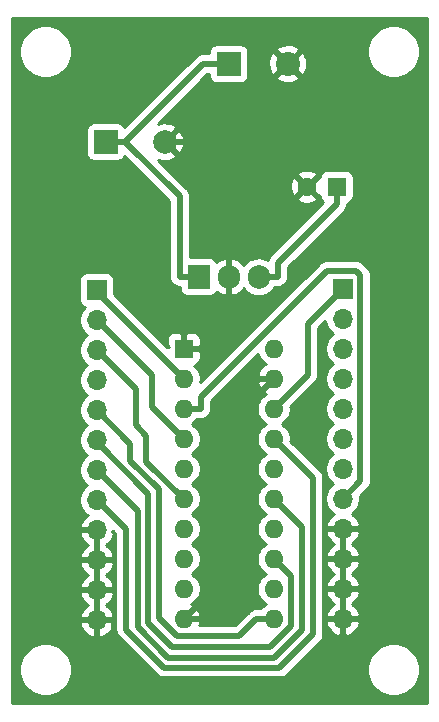
<source format=gbl>
G04 #@! TF.GenerationSoftware,KiCad,Pcbnew,5.1.10-1.fc34*
G04 #@! TF.CreationDate,2021-08-21T17:02:38+03:00*
G04 #@! TF.ProjectId,nmea0183-5V-buffer-board,6e6d6561-3031-4383-932d-35562d627566,rev?*
G04 #@! TF.SameCoordinates,Original*
G04 #@! TF.FileFunction,Copper,L2,Bot*
G04 #@! TF.FilePolarity,Positive*
%FSLAX46Y46*%
G04 Gerber Fmt 4.6, Leading zero omitted, Abs format (unit mm)*
G04 Created by KiCad (PCBNEW 5.1.10-1.fc34) date 2021-08-21 17:02:38*
%MOMM*%
%LPD*%
G01*
G04 APERTURE LIST*
G04 #@! TA.AperFunction,ComponentPad*
%ADD10C,2.032000*%
G04 #@! TD*
G04 #@! TA.AperFunction,ComponentPad*
%ADD11R,2.032000X2.032000*%
G04 #@! TD*
G04 #@! TA.AperFunction,ComponentPad*
%ADD12O,1.600000X1.600000*%
G04 #@! TD*
G04 #@! TA.AperFunction,ComponentPad*
%ADD13R,1.600000X1.600000*%
G04 #@! TD*
G04 #@! TA.AperFunction,ComponentPad*
%ADD14O,1.905000X2.000000*%
G04 #@! TD*
G04 #@! TA.AperFunction,ComponentPad*
%ADD15R,1.905000X2.000000*%
G04 #@! TD*
G04 #@! TA.AperFunction,ComponentPad*
%ADD16O,1.700000X1.700000*%
G04 #@! TD*
G04 #@! TA.AperFunction,ComponentPad*
%ADD17R,1.700000X1.700000*%
G04 #@! TD*
G04 #@! TA.AperFunction,ComponentPad*
%ADD18C,1.600000*%
G04 #@! TD*
G04 #@! TA.AperFunction,ComponentPad*
%ADD19C,2.000000*%
G04 #@! TD*
G04 #@! TA.AperFunction,ComponentPad*
%ADD20R,2.000000X2.000000*%
G04 #@! TD*
G04 #@! TA.AperFunction,ViaPad*
%ADD21C,0.800000*%
G04 #@! TD*
G04 #@! TA.AperFunction,Conductor*
%ADD22C,0.500000*%
G04 #@! TD*
G04 #@! TA.AperFunction,Conductor*
%ADD23C,0.254000*%
G04 #@! TD*
G04 #@! TA.AperFunction,Conductor*
%ADD24C,0.100000*%
G04 #@! TD*
G04 APERTURE END LIST*
D10*
X151302720Y-80772000D03*
D11*
X146304000Y-80772000D03*
D12*
X150114000Y-104902000D03*
X142494000Y-127762000D03*
X150114000Y-107442000D03*
X142494000Y-125222000D03*
X150114000Y-109982000D03*
X142494000Y-122682000D03*
X150114000Y-112522000D03*
X142494000Y-120142000D03*
X150114000Y-115062000D03*
X142494000Y-117602000D03*
X150114000Y-117602000D03*
X142494000Y-115062000D03*
X150114000Y-120142000D03*
X142494000Y-112522000D03*
X150114000Y-122682000D03*
X142494000Y-109982000D03*
X150114000Y-125222000D03*
X142494000Y-107442000D03*
X150114000Y-127762000D03*
D13*
X142494000Y-104902000D03*
D14*
X148844000Y-98806000D03*
X146304000Y-98806000D03*
D15*
X143764000Y-98806000D03*
D16*
X155956000Y-127762000D03*
X155956000Y-125222000D03*
X155956000Y-122682000D03*
X155956000Y-120142000D03*
X155956000Y-117602000D03*
X155956000Y-115062000D03*
X155956000Y-112522000D03*
X155956000Y-109982000D03*
X155956000Y-107442000D03*
X155956000Y-104902000D03*
X155956000Y-102362000D03*
D17*
X155956000Y-99822000D03*
D16*
X135128000Y-127868000D03*
X135128000Y-125328000D03*
X135128000Y-122788000D03*
X135128000Y-120248000D03*
X135128000Y-117708000D03*
X135128000Y-115168000D03*
X135128000Y-112628000D03*
X135128000Y-110088000D03*
X135128000Y-107548000D03*
X135128000Y-105008000D03*
X135128000Y-102468000D03*
D17*
X135128000Y-99928000D03*
D18*
X152948000Y-91186000D03*
D13*
X155448000Y-91186000D03*
D19*
X140890000Y-87376000D03*
D20*
X135890000Y-87376000D03*
D21*
X162052000Y-84836000D03*
X162052000Y-91186000D03*
X162052000Y-96266000D03*
X162052000Y-101092000D03*
X162052000Y-106426000D03*
X162052000Y-111506000D03*
X162052000Y-116586000D03*
X162052000Y-121412000D03*
X162052000Y-126746000D03*
X156210000Y-133604000D03*
X151130000Y-134112000D03*
X145288000Y-134112000D03*
X139446000Y-134112000D03*
X135382000Y-133858000D03*
X129286000Y-127254000D03*
X129032000Y-122174000D03*
X129032000Y-117094000D03*
X129032000Y-111760000D03*
X129032000Y-106680000D03*
X129032000Y-101600000D03*
X129032000Y-94996000D03*
X129032000Y-88392000D03*
X129032000Y-83566000D03*
X135382000Y-77724000D03*
X140462000Y-77724000D03*
X145288000Y-77724000D03*
X150114000Y-77724000D03*
X154432000Y-77724000D03*
D22*
X155956000Y-127762000D02*
X155956000Y-129262300D01*
X135128000Y-127868000D02*
X136628300Y-127868000D01*
X136628300Y-127868000D02*
X136628300Y-129087000D01*
X136628300Y-129087000D02*
X140416500Y-132875200D01*
X140416500Y-132875200D02*
X152343100Y-132875200D01*
X152343100Y-132875200D02*
X155956000Y-129262300D01*
X142494000Y-127762000D02*
X144103300Y-126152700D01*
X144103300Y-126152700D02*
X144103300Y-113452700D01*
X144103300Y-113452700D02*
X150114000Y-107442000D01*
X146304000Y-98806000D02*
X146304000Y-97155700D01*
X146304000Y-97155700D02*
X146978300Y-97155700D01*
X146978300Y-97155700D02*
X152948000Y-91186000D01*
X149138000Y-87376000D02*
X152948000Y-91186000D01*
X140890000Y-87376000D02*
X149138000Y-87376000D01*
X149138000Y-87376000D02*
X149138000Y-82936700D01*
X149138000Y-82936700D02*
X151302700Y-80772000D01*
X143764000Y-98806000D02*
X142161200Y-98806000D01*
X142161200Y-98806000D02*
X142161200Y-91996900D01*
X142161200Y-91996900D02*
X137540300Y-87376000D01*
X135890000Y-87376000D02*
X137540300Y-87376000D01*
X137540300Y-87376000D02*
X144144300Y-80772000D01*
X144144300Y-80772000D02*
X146304000Y-80772000D01*
X148844000Y-98806000D02*
X150446800Y-98806000D01*
X155448000Y-91186000D02*
X155448000Y-92636300D01*
X155448000Y-92636300D02*
X150446800Y-97637500D01*
X150446800Y-97637500D02*
X150446800Y-98806000D01*
X135128000Y-117708000D02*
X137611700Y-120191700D01*
X137611700Y-120191700D02*
X137611800Y-120191700D01*
X137611800Y-120191700D02*
X137611800Y-128758100D01*
X137611800Y-128758100D02*
X140826200Y-131972500D01*
X140826200Y-131972500D02*
X150561900Y-131972500D01*
X150561900Y-131972500D02*
X153451000Y-129083400D01*
X153451000Y-129083400D02*
X153451000Y-115859000D01*
X153451000Y-115859000D02*
X150114000Y-112522000D01*
X135128000Y-115168000D02*
X138621200Y-118661200D01*
X138621200Y-118661200D02*
X138621200Y-128494200D01*
X138621200Y-128494200D02*
X141199100Y-131072100D01*
X141199100Y-131072100D02*
X150188500Y-131072100D01*
X150188500Y-131072100D02*
X152550600Y-128710000D01*
X152550600Y-128710000D02*
X152550600Y-120038600D01*
X152550600Y-120038600D02*
X150114000Y-117602000D01*
X135128000Y-112628000D02*
X135128000Y-112782600D01*
X135128000Y-112782600D02*
X139521500Y-117176100D01*
X139521500Y-117176100D02*
X139521500Y-128121200D01*
X139521500Y-128121200D02*
X141548200Y-130147900D01*
X141548200Y-130147900D02*
X149818000Y-130147900D01*
X149818000Y-130147900D02*
X151594500Y-128371400D01*
X151594500Y-128371400D02*
X151594500Y-124162500D01*
X151594500Y-124162500D02*
X150114000Y-122682000D01*
X150114000Y-127762000D02*
X148663700Y-127762000D01*
X135128000Y-110088000D02*
X137999100Y-112959100D01*
X137999100Y-112959100D02*
X137999100Y-114380400D01*
X137999100Y-114380400D02*
X140421800Y-116803100D01*
X140421800Y-116803100D02*
X140421800Y-127744600D01*
X140421800Y-127744600D02*
X141899400Y-129222200D01*
X141899400Y-129222200D02*
X147203500Y-129222200D01*
X147203500Y-129222200D02*
X148663700Y-127762000D01*
X142494000Y-117602000D02*
X139349500Y-114457500D01*
X139349500Y-114457500D02*
X139349500Y-112270400D01*
X139349500Y-112270400D02*
X138449200Y-111370100D01*
X138449200Y-111370100D02*
X138449200Y-108329200D01*
X138449200Y-108329200D02*
X135128000Y-105008000D01*
X142494000Y-112522000D02*
X139799600Y-109827600D01*
X139799600Y-109827600D02*
X139799600Y-107139600D01*
X139799600Y-107139600D02*
X135128000Y-102468000D01*
X135128000Y-99928000D02*
X135128000Y-100076000D01*
X135128000Y-100076000D02*
X142494000Y-107442000D01*
X142494000Y-109982000D02*
X143944300Y-109982000D01*
X155956000Y-117602000D02*
X157464900Y-116093100D01*
X157464900Y-116093100D02*
X157464900Y-98685600D01*
X157464900Y-98685600D02*
X157083300Y-98304000D01*
X157083300Y-98304000D02*
X154596600Y-98304000D01*
X154596600Y-98304000D02*
X143944300Y-108956300D01*
X143944300Y-108956300D02*
X143944300Y-109982000D01*
X155956000Y-99822000D02*
X152999700Y-102778300D01*
X152999700Y-102778300D02*
X152999700Y-107096300D01*
X152999700Y-107096300D02*
X150114000Y-109982000D01*
D23*
X163120001Y-134926000D02*
X127964000Y-134926000D01*
X127964000Y-131859872D01*
X128575000Y-131859872D01*
X128575000Y-132300128D01*
X128660890Y-132731925D01*
X128829369Y-133138669D01*
X129073962Y-133504729D01*
X129385271Y-133816038D01*
X129751331Y-134060631D01*
X130158075Y-134229110D01*
X130589872Y-134315000D01*
X131030128Y-134315000D01*
X131461925Y-134229110D01*
X131868669Y-134060631D01*
X132234729Y-133816038D01*
X132546038Y-133504729D01*
X132790631Y-133138669D01*
X132959110Y-132731925D01*
X133045000Y-132300128D01*
X133045000Y-131859872D01*
X132959110Y-131428075D01*
X132790631Y-131021331D01*
X132546038Y-130655271D01*
X132234729Y-130343962D01*
X131868669Y-130099369D01*
X131461925Y-129930890D01*
X131030128Y-129845000D01*
X130589872Y-129845000D01*
X130158075Y-129930890D01*
X129751331Y-130099369D01*
X129385271Y-130343962D01*
X129073962Y-130655271D01*
X128829369Y-131021331D01*
X128660890Y-131428075D01*
X128575000Y-131859872D01*
X127964000Y-131859872D01*
X127964000Y-128224890D01*
X133686524Y-128224890D01*
X133731175Y-128372099D01*
X133856359Y-128634920D01*
X134030412Y-128868269D01*
X134246645Y-129063178D01*
X134496748Y-129212157D01*
X134771109Y-129309481D01*
X135001000Y-129188814D01*
X135001000Y-127995000D01*
X135255000Y-127995000D01*
X135255000Y-129188814D01*
X135484891Y-129309481D01*
X135759252Y-129212157D01*
X136009355Y-129063178D01*
X136225588Y-128868269D01*
X136399641Y-128634920D01*
X136524825Y-128372099D01*
X136569476Y-128224890D01*
X136448155Y-127995000D01*
X135255000Y-127995000D01*
X135001000Y-127995000D01*
X133807845Y-127995000D01*
X133686524Y-128224890D01*
X127964000Y-128224890D01*
X127964000Y-125684890D01*
X133686524Y-125684890D01*
X133731175Y-125832099D01*
X133856359Y-126094920D01*
X134030412Y-126328269D01*
X134246645Y-126523178D01*
X134372255Y-126598000D01*
X134246645Y-126672822D01*
X134030412Y-126867731D01*
X133856359Y-127101080D01*
X133731175Y-127363901D01*
X133686524Y-127511110D01*
X133807845Y-127741000D01*
X135001000Y-127741000D01*
X135001000Y-125455000D01*
X135255000Y-125455000D01*
X135255000Y-127741000D01*
X136448155Y-127741000D01*
X136569476Y-127511110D01*
X136524825Y-127363901D01*
X136399641Y-127101080D01*
X136225588Y-126867731D01*
X136009355Y-126672822D01*
X135883745Y-126598000D01*
X136009355Y-126523178D01*
X136225588Y-126328269D01*
X136399641Y-126094920D01*
X136524825Y-125832099D01*
X136569476Y-125684890D01*
X136448155Y-125455000D01*
X135255000Y-125455000D01*
X135001000Y-125455000D01*
X133807845Y-125455000D01*
X133686524Y-125684890D01*
X127964000Y-125684890D01*
X127964000Y-123144890D01*
X133686524Y-123144890D01*
X133731175Y-123292099D01*
X133856359Y-123554920D01*
X134030412Y-123788269D01*
X134246645Y-123983178D01*
X134372255Y-124058000D01*
X134246645Y-124132822D01*
X134030412Y-124327731D01*
X133856359Y-124561080D01*
X133731175Y-124823901D01*
X133686524Y-124971110D01*
X133807845Y-125201000D01*
X135001000Y-125201000D01*
X135001000Y-122915000D01*
X135255000Y-122915000D01*
X135255000Y-125201000D01*
X136448155Y-125201000D01*
X136569476Y-124971110D01*
X136524825Y-124823901D01*
X136399641Y-124561080D01*
X136225588Y-124327731D01*
X136009355Y-124132822D01*
X135883745Y-124058000D01*
X136009355Y-123983178D01*
X136225588Y-123788269D01*
X136399641Y-123554920D01*
X136524825Y-123292099D01*
X136569476Y-123144890D01*
X136448155Y-122915000D01*
X135255000Y-122915000D01*
X135001000Y-122915000D01*
X133807845Y-122915000D01*
X133686524Y-123144890D01*
X127964000Y-123144890D01*
X127964000Y-120604890D01*
X133686524Y-120604890D01*
X133731175Y-120752099D01*
X133856359Y-121014920D01*
X134030412Y-121248269D01*
X134246645Y-121443178D01*
X134372255Y-121518000D01*
X134246645Y-121592822D01*
X134030412Y-121787731D01*
X133856359Y-122021080D01*
X133731175Y-122283901D01*
X133686524Y-122431110D01*
X133807845Y-122661000D01*
X135001000Y-122661000D01*
X135001000Y-120375000D01*
X133807845Y-120375000D01*
X133686524Y-120604890D01*
X127964000Y-120604890D01*
X127964000Y-99078000D01*
X133639928Y-99078000D01*
X133639928Y-100778000D01*
X133652188Y-100902482D01*
X133688498Y-101022180D01*
X133747463Y-101132494D01*
X133826815Y-101229185D01*
X133923506Y-101308537D01*
X134033820Y-101367502D01*
X134106380Y-101389513D01*
X133974525Y-101521368D01*
X133812010Y-101764589D01*
X133700068Y-102034842D01*
X133643000Y-102321740D01*
X133643000Y-102614260D01*
X133700068Y-102901158D01*
X133812010Y-103171411D01*
X133974525Y-103414632D01*
X134181368Y-103621475D01*
X134355760Y-103738000D01*
X134181368Y-103854525D01*
X133974525Y-104061368D01*
X133812010Y-104304589D01*
X133700068Y-104574842D01*
X133643000Y-104861740D01*
X133643000Y-105154260D01*
X133700068Y-105441158D01*
X133812010Y-105711411D01*
X133974525Y-105954632D01*
X134181368Y-106161475D01*
X134355760Y-106278000D01*
X134181368Y-106394525D01*
X133974525Y-106601368D01*
X133812010Y-106844589D01*
X133700068Y-107114842D01*
X133643000Y-107401740D01*
X133643000Y-107694260D01*
X133700068Y-107981158D01*
X133812010Y-108251411D01*
X133974525Y-108494632D01*
X134181368Y-108701475D01*
X134355760Y-108818000D01*
X134181368Y-108934525D01*
X133974525Y-109141368D01*
X133812010Y-109384589D01*
X133700068Y-109654842D01*
X133643000Y-109941740D01*
X133643000Y-110234260D01*
X133700068Y-110521158D01*
X133812010Y-110791411D01*
X133974525Y-111034632D01*
X134181368Y-111241475D01*
X134355760Y-111358000D01*
X134181368Y-111474525D01*
X133974525Y-111681368D01*
X133812010Y-111924589D01*
X133700068Y-112194842D01*
X133643000Y-112481740D01*
X133643000Y-112774260D01*
X133700068Y-113061158D01*
X133812010Y-113331411D01*
X133974525Y-113574632D01*
X134181368Y-113781475D01*
X134355760Y-113898000D01*
X134181368Y-114014525D01*
X133974525Y-114221368D01*
X133812010Y-114464589D01*
X133700068Y-114734842D01*
X133643000Y-115021740D01*
X133643000Y-115314260D01*
X133700068Y-115601158D01*
X133812010Y-115871411D01*
X133974525Y-116114632D01*
X134181368Y-116321475D01*
X134355760Y-116438000D01*
X134181368Y-116554525D01*
X133974525Y-116761368D01*
X133812010Y-117004589D01*
X133700068Y-117274842D01*
X133643000Y-117561740D01*
X133643000Y-117854260D01*
X133700068Y-118141158D01*
X133812010Y-118411411D01*
X133974525Y-118654632D01*
X134181368Y-118861475D01*
X134363534Y-118983195D01*
X134246645Y-119052822D01*
X134030412Y-119247731D01*
X133856359Y-119481080D01*
X133731175Y-119743901D01*
X133686524Y-119891110D01*
X133807845Y-120121000D01*
X135001000Y-120121000D01*
X135001000Y-120101000D01*
X135255000Y-120101000D01*
X135255000Y-120121000D01*
X135275000Y-120121000D01*
X135275000Y-120375000D01*
X135255000Y-120375000D01*
X135255000Y-122661000D01*
X136448155Y-122661000D01*
X136569476Y-122431110D01*
X136524825Y-122283901D01*
X136399641Y-122021080D01*
X136225588Y-121787731D01*
X136009355Y-121592822D01*
X135883745Y-121518000D01*
X136009355Y-121443178D01*
X136225588Y-121248269D01*
X136399641Y-121014920D01*
X136524825Y-120752099D01*
X136569476Y-120604890D01*
X136448156Y-120375002D01*
X136543423Y-120375002D01*
X136726800Y-120558379D01*
X136726801Y-128714621D01*
X136722519Y-128758100D01*
X136739605Y-128931590D01*
X136790212Y-129098413D01*
X136872390Y-129252159D01*
X136955268Y-129353146D01*
X136955271Y-129353149D01*
X136982984Y-129386917D01*
X137016751Y-129414629D01*
X140169670Y-132567549D01*
X140197383Y-132601317D01*
X140231151Y-132629030D01*
X140231153Y-132629032D01*
X140302652Y-132687710D01*
X140332141Y-132711911D01*
X140485887Y-132794089D01*
X140652710Y-132844695D01*
X140782723Y-132857500D01*
X140782733Y-132857500D01*
X140826199Y-132861781D01*
X140869666Y-132857500D01*
X150518431Y-132857500D01*
X150561900Y-132861781D01*
X150605369Y-132857500D01*
X150605377Y-132857500D01*
X150735390Y-132844695D01*
X150902213Y-132794089D01*
X151055959Y-132711911D01*
X151190717Y-132601317D01*
X151218434Y-132567544D01*
X151926106Y-131859872D01*
X158039000Y-131859872D01*
X158039000Y-132300128D01*
X158124890Y-132731925D01*
X158293369Y-133138669D01*
X158537962Y-133504729D01*
X158849271Y-133816038D01*
X159215331Y-134060631D01*
X159622075Y-134229110D01*
X160053872Y-134315000D01*
X160494128Y-134315000D01*
X160925925Y-134229110D01*
X161332669Y-134060631D01*
X161698729Y-133816038D01*
X162010038Y-133504729D01*
X162254631Y-133138669D01*
X162423110Y-132731925D01*
X162509000Y-132300128D01*
X162509000Y-131859872D01*
X162423110Y-131428075D01*
X162254631Y-131021331D01*
X162010038Y-130655271D01*
X161698729Y-130343962D01*
X161332669Y-130099369D01*
X160925925Y-129930890D01*
X160494128Y-129845000D01*
X160053872Y-129845000D01*
X159622075Y-129930890D01*
X159215331Y-130099369D01*
X158849271Y-130343962D01*
X158537962Y-130655271D01*
X158293369Y-131021331D01*
X158124890Y-131428075D01*
X158039000Y-131859872D01*
X151926106Y-131859872D01*
X154046050Y-129739929D01*
X154079817Y-129712217D01*
X154127726Y-129653841D01*
X154190410Y-129577460D01*
X154190411Y-129577459D01*
X154272589Y-129423713D01*
X154323195Y-129256890D01*
X154336000Y-129126877D01*
X154336000Y-129126867D01*
X154340281Y-129083401D01*
X154336000Y-129039935D01*
X154336000Y-128118890D01*
X154514524Y-128118890D01*
X154559175Y-128266099D01*
X154684359Y-128528920D01*
X154858412Y-128762269D01*
X155074645Y-128957178D01*
X155324748Y-129106157D01*
X155599109Y-129203481D01*
X155829000Y-129082814D01*
X155829000Y-127889000D01*
X156083000Y-127889000D01*
X156083000Y-129082814D01*
X156312891Y-129203481D01*
X156587252Y-129106157D01*
X156837355Y-128957178D01*
X157053588Y-128762269D01*
X157227641Y-128528920D01*
X157352825Y-128266099D01*
X157397476Y-128118890D01*
X157276155Y-127889000D01*
X156083000Y-127889000D01*
X155829000Y-127889000D01*
X154635845Y-127889000D01*
X154514524Y-128118890D01*
X154336000Y-128118890D01*
X154336000Y-125578890D01*
X154514524Y-125578890D01*
X154559175Y-125726099D01*
X154684359Y-125988920D01*
X154858412Y-126222269D01*
X155074645Y-126417178D01*
X155200255Y-126492000D01*
X155074645Y-126566822D01*
X154858412Y-126761731D01*
X154684359Y-126995080D01*
X154559175Y-127257901D01*
X154514524Y-127405110D01*
X154635845Y-127635000D01*
X155829000Y-127635000D01*
X155829000Y-125349000D01*
X156083000Y-125349000D01*
X156083000Y-127635000D01*
X157276155Y-127635000D01*
X157397476Y-127405110D01*
X157352825Y-127257901D01*
X157227641Y-126995080D01*
X157053588Y-126761731D01*
X156837355Y-126566822D01*
X156711745Y-126492000D01*
X156837355Y-126417178D01*
X157053588Y-126222269D01*
X157227641Y-125988920D01*
X157352825Y-125726099D01*
X157397476Y-125578890D01*
X157276155Y-125349000D01*
X156083000Y-125349000D01*
X155829000Y-125349000D01*
X154635845Y-125349000D01*
X154514524Y-125578890D01*
X154336000Y-125578890D01*
X154336000Y-123038890D01*
X154514524Y-123038890D01*
X154559175Y-123186099D01*
X154684359Y-123448920D01*
X154858412Y-123682269D01*
X155074645Y-123877178D01*
X155200255Y-123952000D01*
X155074645Y-124026822D01*
X154858412Y-124221731D01*
X154684359Y-124455080D01*
X154559175Y-124717901D01*
X154514524Y-124865110D01*
X154635845Y-125095000D01*
X155829000Y-125095000D01*
X155829000Y-122809000D01*
X156083000Y-122809000D01*
X156083000Y-125095000D01*
X157276155Y-125095000D01*
X157397476Y-124865110D01*
X157352825Y-124717901D01*
X157227641Y-124455080D01*
X157053588Y-124221731D01*
X156837355Y-124026822D01*
X156711745Y-123952000D01*
X156837355Y-123877178D01*
X157053588Y-123682269D01*
X157227641Y-123448920D01*
X157352825Y-123186099D01*
X157397476Y-123038890D01*
X157276155Y-122809000D01*
X156083000Y-122809000D01*
X155829000Y-122809000D01*
X154635845Y-122809000D01*
X154514524Y-123038890D01*
X154336000Y-123038890D01*
X154336000Y-120498890D01*
X154514524Y-120498890D01*
X154559175Y-120646099D01*
X154684359Y-120908920D01*
X154858412Y-121142269D01*
X155074645Y-121337178D01*
X155200255Y-121412000D01*
X155074645Y-121486822D01*
X154858412Y-121681731D01*
X154684359Y-121915080D01*
X154559175Y-122177901D01*
X154514524Y-122325110D01*
X154635845Y-122555000D01*
X155829000Y-122555000D01*
X155829000Y-120269000D01*
X156083000Y-120269000D01*
X156083000Y-122555000D01*
X157276155Y-122555000D01*
X157397476Y-122325110D01*
X157352825Y-122177901D01*
X157227641Y-121915080D01*
X157053588Y-121681731D01*
X156837355Y-121486822D01*
X156711745Y-121412000D01*
X156837355Y-121337178D01*
X157053588Y-121142269D01*
X157227641Y-120908920D01*
X157352825Y-120646099D01*
X157397476Y-120498890D01*
X157276155Y-120269000D01*
X156083000Y-120269000D01*
X155829000Y-120269000D01*
X154635845Y-120269000D01*
X154514524Y-120498890D01*
X154336000Y-120498890D01*
X154336000Y-115902469D01*
X154340281Y-115859000D01*
X154336000Y-115815531D01*
X154336000Y-115815523D01*
X154323195Y-115685510D01*
X154272589Y-115518687D01*
X154272589Y-115518686D01*
X154190411Y-115364941D01*
X154107532Y-115263953D01*
X154107530Y-115263951D01*
X154079817Y-115230183D01*
X154046049Y-115202470D01*
X151542017Y-112698439D01*
X151549000Y-112663335D01*
X151549000Y-112380665D01*
X151493853Y-112103426D01*
X151385680Y-111842273D01*
X151228637Y-111607241D01*
X151028759Y-111407363D01*
X150796241Y-111252000D01*
X151028759Y-111096637D01*
X151228637Y-110896759D01*
X151385680Y-110661727D01*
X151493853Y-110400574D01*
X151549000Y-110123335D01*
X151549000Y-109840665D01*
X151542017Y-109805561D01*
X153594749Y-107752830D01*
X153628517Y-107725117D01*
X153739111Y-107590359D01*
X153821289Y-107436613D01*
X153871895Y-107269790D01*
X153884700Y-107139777D01*
X153884700Y-107139767D01*
X153888981Y-107096301D01*
X153884700Y-107052834D01*
X153884700Y-103144878D01*
X154479348Y-102550230D01*
X154528068Y-102795158D01*
X154640010Y-103065411D01*
X154802525Y-103308632D01*
X155009368Y-103515475D01*
X155183760Y-103632000D01*
X155009368Y-103748525D01*
X154802525Y-103955368D01*
X154640010Y-104198589D01*
X154528068Y-104468842D01*
X154471000Y-104755740D01*
X154471000Y-105048260D01*
X154528068Y-105335158D01*
X154640010Y-105605411D01*
X154802525Y-105848632D01*
X155009368Y-106055475D01*
X155183760Y-106172000D01*
X155009368Y-106288525D01*
X154802525Y-106495368D01*
X154640010Y-106738589D01*
X154528068Y-107008842D01*
X154471000Y-107295740D01*
X154471000Y-107588260D01*
X154528068Y-107875158D01*
X154640010Y-108145411D01*
X154802525Y-108388632D01*
X155009368Y-108595475D01*
X155183760Y-108712000D01*
X155009368Y-108828525D01*
X154802525Y-109035368D01*
X154640010Y-109278589D01*
X154528068Y-109548842D01*
X154471000Y-109835740D01*
X154471000Y-110128260D01*
X154528068Y-110415158D01*
X154640010Y-110685411D01*
X154802525Y-110928632D01*
X155009368Y-111135475D01*
X155183760Y-111252000D01*
X155009368Y-111368525D01*
X154802525Y-111575368D01*
X154640010Y-111818589D01*
X154528068Y-112088842D01*
X154471000Y-112375740D01*
X154471000Y-112668260D01*
X154528068Y-112955158D01*
X154640010Y-113225411D01*
X154802525Y-113468632D01*
X155009368Y-113675475D01*
X155183760Y-113792000D01*
X155009368Y-113908525D01*
X154802525Y-114115368D01*
X154640010Y-114358589D01*
X154528068Y-114628842D01*
X154471000Y-114915740D01*
X154471000Y-115208260D01*
X154528068Y-115495158D01*
X154640010Y-115765411D01*
X154802525Y-116008632D01*
X155009368Y-116215475D01*
X155183760Y-116332000D01*
X155009368Y-116448525D01*
X154802525Y-116655368D01*
X154640010Y-116898589D01*
X154528068Y-117168842D01*
X154471000Y-117455740D01*
X154471000Y-117748260D01*
X154528068Y-118035158D01*
X154640010Y-118305411D01*
X154802525Y-118548632D01*
X155009368Y-118755475D01*
X155191534Y-118877195D01*
X155074645Y-118946822D01*
X154858412Y-119141731D01*
X154684359Y-119375080D01*
X154559175Y-119637901D01*
X154514524Y-119785110D01*
X154635845Y-120015000D01*
X155829000Y-120015000D01*
X155829000Y-119995000D01*
X156083000Y-119995000D01*
X156083000Y-120015000D01*
X157276155Y-120015000D01*
X157397476Y-119785110D01*
X157352825Y-119637901D01*
X157227641Y-119375080D01*
X157053588Y-119141731D01*
X156837355Y-118946822D01*
X156720466Y-118877195D01*
X156902632Y-118755475D01*
X157109475Y-118548632D01*
X157271990Y-118305411D01*
X157383932Y-118035158D01*
X157441000Y-117748260D01*
X157441000Y-117455740D01*
X157426539Y-117383040D01*
X158059950Y-116749629D01*
X158093717Y-116721917D01*
X158122176Y-116687241D01*
X158204311Y-116587159D01*
X158256279Y-116489932D01*
X158286489Y-116433413D01*
X158337095Y-116266590D01*
X158349900Y-116136577D01*
X158349900Y-116136569D01*
X158354181Y-116093100D01*
X158349900Y-116049631D01*
X158349900Y-98729069D01*
X158354181Y-98685600D01*
X158349900Y-98642131D01*
X158349900Y-98642123D01*
X158337095Y-98512110D01*
X158286489Y-98345287D01*
X158204311Y-98191541D01*
X158093717Y-98056783D01*
X158059944Y-98029066D01*
X157739834Y-97708956D01*
X157712117Y-97675183D01*
X157577359Y-97564589D01*
X157423613Y-97482411D01*
X157256790Y-97431805D01*
X157126777Y-97419000D01*
X157126769Y-97419000D01*
X157083300Y-97414719D01*
X157039831Y-97419000D01*
X154640065Y-97419000D01*
X154596599Y-97414719D01*
X154553133Y-97419000D01*
X154553123Y-97419000D01*
X154423110Y-97431805D01*
X154256287Y-97482411D01*
X154102541Y-97564589D01*
X154102539Y-97564590D01*
X154102540Y-97564590D01*
X154001553Y-97647468D01*
X154001551Y-97647470D01*
X153967783Y-97675183D01*
X153940070Y-97708951D01*
X143895060Y-107753962D01*
X143929000Y-107583335D01*
X143929000Y-107300665D01*
X143873853Y-107023426D01*
X143765680Y-106762273D01*
X143608637Y-106527241D01*
X143410039Y-106328643D01*
X143418482Y-106327812D01*
X143538180Y-106291502D01*
X143648494Y-106232537D01*
X143745185Y-106153185D01*
X143824537Y-106056494D01*
X143883502Y-105946180D01*
X143919812Y-105826482D01*
X143932072Y-105702000D01*
X143929000Y-105187750D01*
X143770250Y-105029000D01*
X142621000Y-105029000D01*
X142621000Y-105049000D01*
X142367000Y-105049000D01*
X142367000Y-105029000D01*
X142347000Y-105029000D01*
X142347000Y-104775000D01*
X142367000Y-104775000D01*
X142367000Y-103625750D01*
X142621000Y-103625750D01*
X142621000Y-104775000D01*
X143770250Y-104775000D01*
X143929000Y-104616250D01*
X143932072Y-104102000D01*
X143919812Y-103977518D01*
X143883502Y-103857820D01*
X143824537Y-103747506D01*
X143745185Y-103650815D01*
X143648494Y-103571463D01*
X143538180Y-103512498D01*
X143418482Y-103476188D01*
X143294000Y-103463928D01*
X142779750Y-103467000D01*
X142621000Y-103625750D01*
X142367000Y-103625750D01*
X142208250Y-103467000D01*
X141694000Y-103463928D01*
X141569518Y-103476188D01*
X141449820Y-103512498D01*
X141339506Y-103571463D01*
X141242815Y-103650815D01*
X141163463Y-103747506D01*
X141104498Y-103857820D01*
X141068188Y-103977518D01*
X141055928Y-104102000D01*
X141059000Y-104616250D01*
X141217748Y-104774998D01*
X141078577Y-104774998D01*
X136616072Y-100312494D01*
X136616072Y-99078000D01*
X136603812Y-98953518D01*
X136567502Y-98833820D01*
X136508537Y-98723506D01*
X136429185Y-98626815D01*
X136332494Y-98547463D01*
X136222180Y-98488498D01*
X136102482Y-98452188D01*
X135978000Y-98439928D01*
X134278000Y-98439928D01*
X134153518Y-98452188D01*
X134033820Y-98488498D01*
X133923506Y-98547463D01*
X133826815Y-98626815D01*
X133747463Y-98723506D01*
X133688498Y-98833820D01*
X133652188Y-98953518D01*
X133639928Y-99078000D01*
X127964000Y-99078000D01*
X127964000Y-86376000D01*
X134251928Y-86376000D01*
X134251928Y-88376000D01*
X134264188Y-88500482D01*
X134300498Y-88620180D01*
X134359463Y-88730494D01*
X134438815Y-88827185D01*
X134535506Y-88906537D01*
X134645820Y-88965502D01*
X134765518Y-89001812D01*
X134890000Y-89014072D01*
X136890000Y-89014072D01*
X137014482Y-89001812D01*
X137134180Y-88965502D01*
X137244494Y-88906537D01*
X137341185Y-88827185D01*
X137420537Y-88730494D01*
X137479502Y-88620180D01*
X137491931Y-88579209D01*
X141276201Y-92363480D01*
X141276200Y-98762523D01*
X141271918Y-98806000D01*
X141289005Y-98979490D01*
X141339611Y-99146313D01*
X141421789Y-99300059D01*
X141456318Y-99342132D01*
X141532383Y-99434817D01*
X141667141Y-99545411D01*
X141820887Y-99627589D01*
X141987710Y-99678195D01*
X142161200Y-99695282D01*
X142173428Y-99694078D01*
X142173428Y-99806000D01*
X142185688Y-99930482D01*
X142221998Y-100050180D01*
X142280963Y-100160494D01*
X142360315Y-100257185D01*
X142457006Y-100336537D01*
X142567320Y-100395502D01*
X142687018Y-100431812D01*
X142811500Y-100444072D01*
X144716500Y-100444072D01*
X144840982Y-100431812D01*
X144960680Y-100395502D01*
X145070994Y-100336537D01*
X145167685Y-100257185D01*
X145247037Y-100160494D01*
X145296059Y-100068781D01*
X145437077Y-100181969D01*
X145712906Y-100325571D01*
X145931020Y-100396563D01*
X146177000Y-100276594D01*
X146177000Y-98933000D01*
X146157000Y-98933000D01*
X146157000Y-98679000D01*
X146177000Y-98679000D01*
X146177000Y-97335406D01*
X146431000Y-97335406D01*
X146431000Y-98679000D01*
X146451000Y-98679000D01*
X146451000Y-98933000D01*
X146431000Y-98933000D01*
X146431000Y-100276594D01*
X146676980Y-100396563D01*
X146895094Y-100325571D01*
X147170923Y-100181969D01*
X147413437Y-99987315D01*
X147568837Y-99802101D01*
X147716037Y-99981463D01*
X147957766Y-100179845D01*
X148233552Y-100327255D01*
X148532797Y-100418030D01*
X148844000Y-100448681D01*
X149155204Y-100418030D01*
X149454449Y-100327255D01*
X149730235Y-100179845D01*
X149971963Y-99981463D01*
X150170345Y-99739734D01*
X150196394Y-99691000D01*
X150403324Y-99691000D01*
X150446800Y-99695282D01*
X150620290Y-99678195D01*
X150787113Y-99627589D01*
X150940859Y-99545411D01*
X151075617Y-99434817D01*
X151186211Y-99300059D01*
X151268389Y-99146313D01*
X151318995Y-98979490D01*
X151331800Y-98849477D01*
X151331800Y-98849476D01*
X151336082Y-98806000D01*
X151331800Y-98762523D01*
X151331800Y-98004078D01*
X156043049Y-93292830D01*
X156076817Y-93265117D01*
X156187411Y-93130359D01*
X156269589Y-92976613D01*
X156320195Y-92809790D01*
X156333000Y-92679777D01*
X156333000Y-92679769D01*
X156337281Y-92636300D01*
X156335231Y-92615481D01*
X156372482Y-92611812D01*
X156492180Y-92575502D01*
X156602494Y-92516537D01*
X156699185Y-92437185D01*
X156778537Y-92340494D01*
X156837502Y-92230180D01*
X156873812Y-92110482D01*
X156886072Y-91986000D01*
X156886072Y-90386000D01*
X156873812Y-90261518D01*
X156837502Y-90141820D01*
X156778537Y-90031506D01*
X156699185Y-89934815D01*
X156602494Y-89855463D01*
X156492180Y-89796498D01*
X156372482Y-89760188D01*
X156248000Y-89747928D01*
X154648000Y-89747928D01*
X154523518Y-89760188D01*
X154403820Y-89796498D01*
X154293506Y-89855463D01*
X154196815Y-89934815D01*
X154117463Y-90031506D01*
X154058498Y-90141820D01*
X154022188Y-90261518D01*
X154009928Y-90386000D01*
X154009928Y-90393215D01*
X153940702Y-90372903D01*
X153127605Y-91186000D01*
X153940702Y-91999097D01*
X154009928Y-91978785D01*
X154009928Y-91986000D01*
X154022188Y-92110482D01*
X154058498Y-92230180D01*
X154117463Y-92340494D01*
X154196815Y-92437185D01*
X154293506Y-92516537D01*
X154308285Y-92524436D01*
X149851756Y-96980966D01*
X149817983Y-97008683D01*
X149707389Y-97143442D01*
X149625211Y-97297188D01*
X149613618Y-97335406D01*
X149604634Y-97365021D01*
X149454448Y-97284745D01*
X149155203Y-97193970D01*
X148844000Y-97163319D01*
X148532796Y-97193970D01*
X148233551Y-97284745D01*
X147957765Y-97432155D01*
X147716037Y-97630537D01*
X147568838Y-97809900D01*
X147413437Y-97624685D01*
X147170923Y-97430031D01*
X146895094Y-97286429D01*
X146676980Y-97215437D01*
X146431000Y-97335406D01*
X146177000Y-97335406D01*
X145931020Y-97215437D01*
X145712906Y-97286429D01*
X145437077Y-97430031D01*
X145296059Y-97543219D01*
X145247037Y-97451506D01*
X145167685Y-97354815D01*
X145070994Y-97275463D01*
X144960680Y-97216498D01*
X144840982Y-97180188D01*
X144716500Y-97167928D01*
X143046200Y-97167928D01*
X143046200Y-92178702D01*
X152134903Y-92178702D01*
X152206486Y-92422671D01*
X152461996Y-92543571D01*
X152736184Y-92612300D01*
X153018512Y-92626217D01*
X153298130Y-92584787D01*
X153564292Y-92489603D01*
X153689514Y-92422671D01*
X153761097Y-92178702D01*
X152948000Y-91365605D01*
X152134903Y-92178702D01*
X143046200Y-92178702D01*
X143046200Y-92040365D01*
X143050481Y-91996899D01*
X143046200Y-91953433D01*
X143046200Y-91953423D01*
X143033395Y-91823410D01*
X142982789Y-91656587D01*
X142900611Y-91502841D01*
X142790017Y-91368083D01*
X142756249Y-91340370D01*
X142672391Y-91256512D01*
X151507783Y-91256512D01*
X151549213Y-91536130D01*
X151644397Y-91802292D01*
X151711329Y-91927514D01*
X151955298Y-91999097D01*
X152768395Y-91186000D01*
X151955298Y-90372903D01*
X151711329Y-90444486D01*
X151590429Y-90699996D01*
X151521700Y-90974184D01*
X151507783Y-91256512D01*
X142672391Y-91256512D01*
X141609177Y-90193298D01*
X152134903Y-90193298D01*
X152948000Y-91006395D01*
X153761097Y-90193298D01*
X153689514Y-89949329D01*
X153434004Y-89828429D01*
X153159816Y-89759700D01*
X152877488Y-89745783D01*
X152597870Y-89787213D01*
X152331708Y-89882397D01*
X152206486Y-89949329D01*
X152134903Y-90193298D01*
X141609177Y-90193298D01*
X140337206Y-88921328D01*
X140631108Y-88998384D01*
X140952595Y-89017718D01*
X141271675Y-88973961D01*
X141576088Y-88868795D01*
X141750044Y-88775814D01*
X141845808Y-88511413D01*
X140890000Y-87555605D01*
X140875858Y-87569748D01*
X140696253Y-87390143D01*
X140710395Y-87376000D01*
X141069605Y-87376000D01*
X142025413Y-88331808D01*
X142289814Y-88236044D01*
X142430704Y-87946429D01*
X142512384Y-87634892D01*
X142531718Y-87313405D01*
X142487961Y-86994325D01*
X142382795Y-86689912D01*
X142289814Y-86515956D01*
X142025413Y-86420192D01*
X141069605Y-87376000D01*
X140710395Y-87376000D01*
X140696253Y-87361858D01*
X140875858Y-87182253D01*
X140890000Y-87196395D01*
X141845808Y-86240587D01*
X141750044Y-85976186D01*
X141460429Y-85835296D01*
X141148892Y-85753616D01*
X140827405Y-85734282D01*
X140508325Y-85778039D01*
X140327301Y-85840578D01*
X144510879Y-81657000D01*
X144649928Y-81657000D01*
X144649928Y-81788000D01*
X144662188Y-81912482D01*
X144698498Y-82032180D01*
X144757463Y-82142494D01*
X144836815Y-82239185D01*
X144933506Y-82318537D01*
X145043820Y-82377502D01*
X145163518Y-82413812D01*
X145288000Y-82426072D01*
X147320000Y-82426072D01*
X147444482Y-82413812D01*
X147564180Y-82377502D01*
X147674494Y-82318537D01*
X147771185Y-82239185D01*
X147850537Y-82142494D01*
X147909502Y-82032180D01*
X147943888Y-81918823D01*
X150335502Y-81918823D01*
X150433198Y-82184860D01*
X150725541Y-82327348D01*
X151040064Y-82410064D01*
X151364682Y-82429831D01*
X151686918Y-82385888D01*
X151994390Y-82279924D01*
X152172242Y-82184860D01*
X152269938Y-81918823D01*
X151302720Y-80951605D01*
X150335502Y-81918823D01*
X147943888Y-81918823D01*
X147945812Y-81912482D01*
X147958072Y-81788000D01*
X147958072Y-80833962D01*
X149644889Y-80833962D01*
X149688832Y-81156198D01*
X149794796Y-81463670D01*
X149889860Y-81641522D01*
X150155897Y-81739218D01*
X151123115Y-80772000D01*
X151482325Y-80772000D01*
X152449543Y-81739218D01*
X152715580Y-81641522D01*
X152858068Y-81349179D01*
X152940784Y-81034656D01*
X152960551Y-80710038D01*
X152916608Y-80387802D01*
X152810644Y-80080330D01*
X152715580Y-79902478D01*
X152449543Y-79804782D01*
X151482325Y-80772000D01*
X151123115Y-80772000D01*
X150155897Y-79804782D01*
X149889860Y-79902478D01*
X149747372Y-80194821D01*
X149664656Y-80509344D01*
X149644889Y-80833962D01*
X147958072Y-80833962D01*
X147958072Y-79756000D01*
X147945812Y-79631518D01*
X147943889Y-79625177D01*
X150335502Y-79625177D01*
X151302720Y-80592395D01*
X152269938Y-79625177D01*
X152237143Y-79535872D01*
X158039000Y-79535872D01*
X158039000Y-79976128D01*
X158124890Y-80407925D01*
X158293369Y-80814669D01*
X158537962Y-81180729D01*
X158849271Y-81492038D01*
X159215331Y-81736631D01*
X159622075Y-81905110D01*
X160053872Y-81991000D01*
X160494128Y-81991000D01*
X160925925Y-81905110D01*
X161332669Y-81736631D01*
X161698729Y-81492038D01*
X162010038Y-81180729D01*
X162254631Y-80814669D01*
X162423110Y-80407925D01*
X162509000Y-79976128D01*
X162509000Y-79535872D01*
X162423110Y-79104075D01*
X162254631Y-78697331D01*
X162010038Y-78331271D01*
X161698729Y-78019962D01*
X161332669Y-77775369D01*
X160925925Y-77606890D01*
X160494128Y-77521000D01*
X160053872Y-77521000D01*
X159622075Y-77606890D01*
X159215331Y-77775369D01*
X158849271Y-78019962D01*
X158537962Y-78331271D01*
X158293369Y-78697331D01*
X158124890Y-79104075D01*
X158039000Y-79535872D01*
X152237143Y-79535872D01*
X152172242Y-79359140D01*
X151879899Y-79216652D01*
X151565376Y-79133936D01*
X151240758Y-79114169D01*
X150918522Y-79158112D01*
X150611050Y-79264076D01*
X150433198Y-79359140D01*
X150335502Y-79625177D01*
X147943889Y-79625177D01*
X147909502Y-79511820D01*
X147850537Y-79401506D01*
X147771185Y-79304815D01*
X147674494Y-79225463D01*
X147564180Y-79166498D01*
X147444482Y-79130188D01*
X147320000Y-79117928D01*
X145288000Y-79117928D01*
X145163518Y-79130188D01*
X145043820Y-79166498D01*
X144933506Y-79225463D01*
X144836815Y-79304815D01*
X144757463Y-79401506D01*
X144698498Y-79511820D01*
X144662188Y-79631518D01*
X144649928Y-79756000D01*
X144649928Y-79887000D01*
X144187765Y-79887000D01*
X144144299Y-79882719D01*
X144100833Y-79887000D01*
X144100823Y-79887000D01*
X143970810Y-79899805D01*
X143803987Y-79950411D01*
X143650241Y-80032589D01*
X143650239Y-80032590D01*
X143650240Y-80032590D01*
X143549253Y-80115468D01*
X143549251Y-80115470D01*
X143515483Y-80143183D01*
X143487770Y-80176951D01*
X137491931Y-86172791D01*
X137479502Y-86131820D01*
X137420537Y-86021506D01*
X137341185Y-85924815D01*
X137244494Y-85845463D01*
X137134180Y-85786498D01*
X137014482Y-85750188D01*
X136890000Y-85737928D01*
X134890000Y-85737928D01*
X134765518Y-85750188D01*
X134645820Y-85786498D01*
X134535506Y-85845463D01*
X134438815Y-85924815D01*
X134359463Y-86021506D01*
X134300498Y-86131820D01*
X134264188Y-86251518D01*
X134251928Y-86376000D01*
X127964000Y-86376000D01*
X127964000Y-79535872D01*
X128575000Y-79535872D01*
X128575000Y-79976128D01*
X128660890Y-80407925D01*
X128829369Y-80814669D01*
X129073962Y-81180729D01*
X129385271Y-81492038D01*
X129751331Y-81736631D01*
X130158075Y-81905110D01*
X130589872Y-81991000D01*
X131030128Y-81991000D01*
X131461925Y-81905110D01*
X131868669Y-81736631D01*
X132234729Y-81492038D01*
X132546038Y-81180729D01*
X132790631Y-80814669D01*
X132959110Y-80407925D01*
X133045000Y-79976128D01*
X133045000Y-79535872D01*
X132959110Y-79104075D01*
X132790631Y-78697331D01*
X132546038Y-78331271D01*
X132234729Y-78019962D01*
X131868669Y-77775369D01*
X131461925Y-77606890D01*
X131030128Y-77521000D01*
X130589872Y-77521000D01*
X130158075Y-77606890D01*
X129751331Y-77775369D01*
X129385271Y-78019962D01*
X129073962Y-78331271D01*
X128829369Y-78697331D01*
X128660890Y-79104075D01*
X128575000Y-79535872D01*
X127964000Y-79535872D01*
X127964000Y-76910000D01*
X163120000Y-76910000D01*
X163120001Y-134926000D01*
G04 #@! TA.AperFunction,Conductor*
D24*
G36*
X163120001Y-134926000D02*
G01*
X127964000Y-134926000D01*
X127964000Y-131859872D01*
X128575000Y-131859872D01*
X128575000Y-132300128D01*
X128660890Y-132731925D01*
X128829369Y-133138669D01*
X129073962Y-133504729D01*
X129385271Y-133816038D01*
X129751331Y-134060631D01*
X130158075Y-134229110D01*
X130589872Y-134315000D01*
X131030128Y-134315000D01*
X131461925Y-134229110D01*
X131868669Y-134060631D01*
X132234729Y-133816038D01*
X132546038Y-133504729D01*
X132790631Y-133138669D01*
X132959110Y-132731925D01*
X133045000Y-132300128D01*
X133045000Y-131859872D01*
X132959110Y-131428075D01*
X132790631Y-131021331D01*
X132546038Y-130655271D01*
X132234729Y-130343962D01*
X131868669Y-130099369D01*
X131461925Y-129930890D01*
X131030128Y-129845000D01*
X130589872Y-129845000D01*
X130158075Y-129930890D01*
X129751331Y-130099369D01*
X129385271Y-130343962D01*
X129073962Y-130655271D01*
X128829369Y-131021331D01*
X128660890Y-131428075D01*
X128575000Y-131859872D01*
X127964000Y-131859872D01*
X127964000Y-128224890D01*
X133686524Y-128224890D01*
X133731175Y-128372099D01*
X133856359Y-128634920D01*
X134030412Y-128868269D01*
X134246645Y-129063178D01*
X134496748Y-129212157D01*
X134771109Y-129309481D01*
X135001000Y-129188814D01*
X135001000Y-127995000D01*
X135255000Y-127995000D01*
X135255000Y-129188814D01*
X135484891Y-129309481D01*
X135759252Y-129212157D01*
X136009355Y-129063178D01*
X136225588Y-128868269D01*
X136399641Y-128634920D01*
X136524825Y-128372099D01*
X136569476Y-128224890D01*
X136448155Y-127995000D01*
X135255000Y-127995000D01*
X135001000Y-127995000D01*
X133807845Y-127995000D01*
X133686524Y-128224890D01*
X127964000Y-128224890D01*
X127964000Y-125684890D01*
X133686524Y-125684890D01*
X133731175Y-125832099D01*
X133856359Y-126094920D01*
X134030412Y-126328269D01*
X134246645Y-126523178D01*
X134372255Y-126598000D01*
X134246645Y-126672822D01*
X134030412Y-126867731D01*
X133856359Y-127101080D01*
X133731175Y-127363901D01*
X133686524Y-127511110D01*
X133807845Y-127741000D01*
X135001000Y-127741000D01*
X135001000Y-125455000D01*
X135255000Y-125455000D01*
X135255000Y-127741000D01*
X136448155Y-127741000D01*
X136569476Y-127511110D01*
X136524825Y-127363901D01*
X136399641Y-127101080D01*
X136225588Y-126867731D01*
X136009355Y-126672822D01*
X135883745Y-126598000D01*
X136009355Y-126523178D01*
X136225588Y-126328269D01*
X136399641Y-126094920D01*
X136524825Y-125832099D01*
X136569476Y-125684890D01*
X136448155Y-125455000D01*
X135255000Y-125455000D01*
X135001000Y-125455000D01*
X133807845Y-125455000D01*
X133686524Y-125684890D01*
X127964000Y-125684890D01*
X127964000Y-123144890D01*
X133686524Y-123144890D01*
X133731175Y-123292099D01*
X133856359Y-123554920D01*
X134030412Y-123788269D01*
X134246645Y-123983178D01*
X134372255Y-124058000D01*
X134246645Y-124132822D01*
X134030412Y-124327731D01*
X133856359Y-124561080D01*
X133731175Y-124823901D01*
X133686524Y-124971110D01*
X133807845Y-125201000D01*
X135001000Y-125201000D01*
X135001000Y-122915000D01*
X135255000Y-122915000D01*
X135255000Y-125201000D01*
X136448155Y-125201000D01*
X136569476Y-124971110D01*
X136524825Y-124823901D01*
X136399641Y-124561080D01*
X136225588Y-124327731D01*
X136009355Y-124132822D01*
X135883745Y-124058000D01*
X136009355Y-123983178D01*
X136225588Y-123788269D01*
X136399641Y-123554920D01*
X136524825Y-123292099D01*
X136569476Y-123144890D01*
X136448155Y-122915000D01*
X135255000Y-122915000D01*
X135001000Y-122915000D01*
X133807845Y-122915000D01*
X133686524Y-123144890D01*
X127964000Y-123144890D01*
X127964000Y-120604890D01*
X133686524Y-120604890D01*
X133731175Y-120752099D01*
X133856359Y-121014920D01*
X134030412Y-121248269D01*
X134246645Y-121443178D01*
X134372255Y-121518000D01*
X134246645Y-121592822D01*
X134030412Y-121787731D01*
X133856359Y-122021080D01*
X133731175Y-122283901D01*
X133686524Y-122431110D01*
X133807845Y-122661000D01*
X135001000Y-122661000D01*
X135001000Y-120375000D01*
X133807845Y-120375000D01*
X133686524Y-120604890D01*
X127964000Y-120604890D01*
X127964000Y-99078000D01*
X133639928Y-99078000D01*
X133639928Y-100778000D01*
X133652188Y-100902482D01*
X133688498Y-101022180D01*
X133747463Y-101132494D01*
X133826815Y-101229185D01*
X133923506Y-101308537D01*
X134033820Y-101367502D01*
X134106380Y-101389513D01*
X133974525Y-101521368D01*
X133812010Y-101764589D01*
X133700068Y-102034842D01*
X133643000Y-102321740D01*
X133643000Y-102614260D01*
X133700068Y-102901158D01*
X133812010Y-103171411D01*
X133974525Y-103414632D01*
X134181368Y-103621475D01*
X134355760Y-103738000D01*
X134181368Y-103854525D01*
X133974525Y-104061368D01*
X133812010Y-104304589D01*
X133700068Y-104574842D01*
X133643000Y-104861740D01*
X133643000Y-105154260D01*
X133700068Y-105441158D01*
X133812010Y-105711411D01*
X133974525Y-105954632D01*
X134181368Y-106161475D01*
X134355760Y-106278000D01*
X134181368Y-106394525D01*
X133974525Y-106601368D01*
X133812010Y-106844589D01*
X133700068Y-107114842D01*
X133643000Y-107401740D01*
X133643000Y-107694260D01*
X133700068Y-107981158D01*
X133812010Y-108251411D01*
X133974525Y-108494632D01*
X134181368Y-108701475D01*
X134355760Y-108818000D01*
X134181368Y-108934525D01*
X133974525Y-109141368D01*
X133812010Y-109384589D01*
X133700068Y-109654842D01*
X133643000Y-109941740D01*
X133643000Y-110234260D01*
X133700068Y-110521158D01*
X133812010Y-110791411D01*
X133974525Y-111034632D01*
X134181368Y-111241475D01*
X134355760Y-111358000D01*
X134181368Y-111474525D01*
X133974525Y-111681368D01*
X133812010Y-111924589D01*
X133700068Y-112194842D01*
X133643000Y-112481740D01*
X133643000Y-112774260D01*
X133700068Y-113061158D01*
X133812010Y-113331411D01*
X133974525Y-113574632D01*
X134181368Y-113781475D01*
X134355760Y-113898000D01*
X134181368Y-114014525D01*
X133974525Y-114221368D01*
X133812010Y-114464589D01*
X133700068Y-114734842D01*
X133643000Y-115021740D01*
X133643000Y-115314260D01*
X133700068Y-115601158D01*
X133812010Y-115871411D01*
X133974525Y-116114632D01*
X134181368Y-116321475D01*
X134355760Y-116438000D01*
X134181368Y-116554525D01*
X133974525Y-116761368D01*
X133812010Y-117004589D01*
X133700068Y-117274842D01*
X133643000Y-117561740D01*
X133643000Y-117854260D01*
X133700068Y-118141158D01*
X133812010Y-118411411D01*
X133974525Y-118654632D01*
X134181368Y-118861475D01*
X134363534Y-118983195D01*
X134246645Y-119052822D01*
X134030412Y-119247731D01*
X133856359Y-119481080D01*
X133731175Y-119743901D01*
X133686524Y-119891110D01*
X133807845Y-120121000D01*
X135001000Y-120121000D01*
X135001000Y-120101000D01*
X135255000Y-120101000D01*
X135255000Y-120121000D01*
X135275000Y-120121000D01*
X135275000Y-120375000D01*
X135255000Y-120375000D01*
X135255000Y-122661000D01*
X136448155Y-122661000D01*
X136569476Y-122431110D01*
X136524825Y-122283901D01*
X136399641Y-122021080D01*
X136225588Y-121787731D01*
X136009355Y-121592822D01*
X135883745Y-121518000D01*
X136009355Y-121443178D01*
X136225588Y-121248269D01*
X136399641Y-121014920D01*
X136524825Y-120752099D01*
X136569476Y-120604890D01*
X136448156Y-120375002D01*
X136543423Y-120375002D01*
X136726800Y-120558379D01*
X136726801Y-128714621D01*
X136722519Y-128758100D01*
X136739605Y-128931590D01*
X136790212Y-129098413D01*
X136872390Y-129252159D01*
X136955268Y-129353146D01*
X136955271Y-129353149D01*
X136982984Y-129386917D01*
X137016751Y-129414629D01*
X140169670Y-132567549D01*
X140197383Y-132601317D01*
X140231151Y-132629030D01*
X140231153Y-132629032D01*
X140302652Y-132687710D01*
X140332141Y-132711911D01*
X140485887Y-132794089D01*
X140652710Y-132844695D01*
X140782723Y-132857500D01*
X140782733Y-132857500D01*
X140826199Y-132861781D01*
X140869666Y-132857500D01*
X150518431Y-132857500D01*
X150561900Y-132861781D01*
X150605369Y-132857500D01*
X150605377Y-132857500D01*
X150735390Y-132844695D01*
X150902213Y-132794089D01*
X151055959Y-132711911D01*
X151190717Y-132601317D01*
X151218434Y-132567544D01*
X151926106Y-131859872D01*
X158039000Y-131859872D01*
X158039000Y-132300128D01*
X158124890Y-132731925D01*
X158293369Y-133138669D01*
X158537962Y-133504729D01*
X158849271Y-133816038D01*
X159215331Y-134060631D01*
X159622075Y-134229110D01*
X160053872Y-134315000D01*
X160494128Y-134315000D01*
X160925925Y-134229110D01*
X161332669Y-134060631D01*
X161698729Y-133816038D01*
X162010038Y-133504729D01*
X162254631Y-133138669D01*
X162423110Y-132731925D01*
X162509000Y-132300128D01*
X162509000Y-131859872D01*
X162423110Y-131428075D01*
X162254631Y-131021331D01*
X162010038Y-130655271D01*
X161698729Y-130343962D01*
X161332669Y-130099369D01*
X160925925Y-129930890D01*
X160494128Y-129845000D01*
X160053872Y-129845000D01*
X159622075Y-129930890D01*
X159215331Y-130099369D01*
X158849271Y-130343962D01*
X158537962Y-130655271D01*
X158293369Y-131021331D01*
X158124890Y-131428075D01*
X158039000Y-131859872D01*
X151926106Y-131859872D01*
X154046050Y-129739929D01*
X154079817Y-129712217D01*
X154127726Y-129653841D01*
X154190410Y-129577460D01*
X154190411Y-129577459D01*
X154272589Y-129423713D01*
X154323195Y-129256890D01*
X154336000Y-129126877D01*
X154336000Y-129126867D01*
X154340281Y-129083401D01*
X154336000Y-129039935D01*
X154336000Y-128118890D01*
X154514524Y-128118890D01*
X154559175Y-128266099D01*
X154684359Y-128528920D01*
X154858412Y-128762269D01*
X155074645Y-128957178D01*
X155324748Y-129106157D01*
X155599109Y-129203481D01*
X155829000Y-129082814D01*
X155829000Y-127889000D01*
X156083000Y-127889000D01*
X156083000Y-129082814D01*
X156312891Y-129203481D01*
X156587252Y-129106157D01*
X156837355Y-128957178D01*
X157053588Y-128762269D01*
X157227641Y-128528920D01*
X157352825Y-128266099D01*
X157397476Y-128118890D01*
X157276155Y-127889000D01*
X156083000Y-127889000D01*
X155829000Y-127889000D01*
X154635845Y-127889000D01*
X154514524Y-128118890D01*
X154336000Y-128118890D01*
X154336000Y-125578890D01*
X154514524Y-125578890D01*
X154559175Y-125726099D01*
X154684359Y-125988920D01*
X154858412Y-126222269D01*
X155074645Y-126417178D01*
X155200255Y-126492000D01*
X155074645Y-126566822D01*
X154858412Y-126761731D01*
X154684359Y-126995080D01*
X154559175Y-127257901D01*
X154514524Y-127405110D01*
X154635845Y-127635000D01*
X155829000Y-127635000D01*
X155829000Y-125349000D01*
X156083000Y-125349000D01*
X156083000Y-127635000D01*
X157276155Y-127635000D01*
X157397476Y-127405110D01*
X157352825Y-127257901D01*
X157227641Y-126995080D01*
X157053588Y-126761731D01*
X156837355Y-126566822D01*
X156711745Y-126492000D01*
X156837355Y-126417178D01*
X157053588Y-126222269D01*
X157227641Y-125988920D01*
X157352825Y-125726099D01*
X157397476Y-125578890D01*
X157276155Y-125349000D01*
X156083000Y-125349000D01*
X155829000Y-125349000D01*
X154635845Y-125349000D01*
X154514524Y-125578890D01*
X154336000Y-125578890D01*
X154336000Y-123038890D01*
X154514524Y-123038890D01*
X154559175Y-123186099D01*
X154684359Y-123448920D01*
X154858412Y-123682269D01*
X155074645Y-123877178D01*
X155200255Y-123952000D01*
X155074645Y-124026822D01*
X154858412Y-124221731D01*
X154684359Y-124455080D01*
X154559175Y-124717901D01*
X154514524Y-124865110D01*
X154635845Y-125095000D01*
X155829000Y-125095000D01*
X155829000Y-122809000D01*
X156083000Y-122809000D01*
X156083000Y-125095000D01*
X157276155Y-125095000D01*
X157397476Y-124865110D01*
X157352825Y-124717901D01*
X157227641Y-124455080D01*
X157053588Y-124221731D01*
X156837355Y-124026822D01*
X156711745Y-123952000D01*
X156837355Y-123877178D01*
X157053588Y-123682269D01*
X157227641Y-123448920D01*
X157352825Y-123186099D01*
X157397476Y-123038890D01*
X157276155Y-122809000D01*
X156083000Y-122809000D01*
X155829000Y-122809000D01*
X154635845Y-122809000D01*
X154514524Y-123038890D01*
X154336000Y-123038890D01*
X154336000Y-120498890D01*
X154514524Y-120498890D01*
X154559175Y-120646099D01*
X154684359Y-120908920D01*
X154858412Y-121142269D01*
X155074645Y-121337178D01*
X155200255Y-121412000D01*
X155074645Y-121486822D01*
X154858412Y-121681731D01*
X154684359Y-121915080D01*
X154559175Y-122177901D01*
X154514524Y-122325110D01*
X154635845Y-122555000D01*
X155829000Y-122555000D01*
X155829000Y-120269000D01*
X156083000Y-120269000D01*
X156083000Y-122555000D01*
X157276155Y-122555000D01*
X157397476Y-122325110D01*
X157352825Y-122177901D01*
X157227641Y-121915080D01*
X157053588Y-121681731D01*
X156837355Y-121486822D01*
X156711745Y-121412000D01*
X156837355Y-121337178D01*
X157053588Y-121142269D01*
X157227641Y-120908920D01*
X157352825Y-120646099D01*
X157397476Y-120498890D01*
X157276155Y-120269000D01*
X156083000Y-120269000D01*
X155829000Y-120269000D01*
X154635845Y-120269000D01*
X154514524Y-120498890D01*
X154336000Y-120498890D01*
X154336000Y-115902469D01*
X154340281Y-115859000D01*
X154336000Y-115815531D01*
X154336000Y-115815523D01*
X154323195Y-115685510D01*
X154272589Y-115518687D01*
X154272589Y-115518686D01*
X154190411Y-115364941D01*
X154107532Y-115263953D01*
X154107530Y-115263951D01*
X154079817Y-115230183D01*
X154046049Y-115202470D01*
X151542017Y-112698439D01*
X151549000Y-112663335D01*
X151549000Y-112380665D01*
X151493853Y-112103426D01*
X151385680Y-111842273D01*
X151228637Y-111607241D01*
X151028759Y-111407363D01*
X150796241Y-111252000D01*
X151028759Y-111096637D01*
X151228637Y-110896759D01*
X151385680Y-110661727D01*
X151493853Y-110400574D01*
X151549000Y-110123335D01*
X151549000Y-109840665D01*
X151542017Y-109805561D01*
X153594749Y-107752830D01*
X153628517Y-107725117D01*
X153739111Y-107590359D01*
X153821289Y-107436613D01*
X153871895Y-107269790D01*
X153884700Y-107139777D01*
X153884700Y-107139767D01*
X153888981Y-107096301D01*
X153884700Y-107052834D01*
X153884700Y-103144878D01*
X154479348Y-102550230D01*
X154528068Y-102795158D01*
X154640010Y-103065411D01*
X154802525Y-103308632D01*
X155009368Y-103515475D01*
X155183760Y-103632000D01*
X155009368Y-103748525D01*
X154802525Y-103955368D01*
X154640010Y-104198589D01*
X154528068Y-104468842D01*
X154471000Y-104755740D01*
X154471000Y-105048260D01*
X154528068Y-105335158D01*
X154640010Y-105605411D01*
X154802525Y-105848632D01*
X155009368Y-106055475D01*
X155183760Y-106172000D01*
X155009368Y-106288525D01*
X154802525Y-106495368D01*
X154640010Y-106738589D01*
X154528068Y-107008842D01*
X154471000Y-107295740D01*
X154471000Y-107588260D01*
X154528068Y-107875158D01*
X154640010Y-108145411D01*
X154802525Y-108388632D01*
X155009368Y-108595475D01*
X155183760Y-108712000D01*
X155009368Y-108828525D01*
X154802525Y-109035368D01*
X154640010Y-109278589D01*
X154528068Y-109548842D01*
X154471000Y-109835740D01*
X154471000Y-110128260D01*
X154528068Y-110415158D01*
X154640010Y-110685411D01*
X154802525Y-110928632D01*
X155009368Y-111135475D01*
X155183760Y-111252000D01*
X155009368Y-111368525D01*
X154802525Y-111575368D01*
X154640010Y-111818589D01*
X154528068Y-112088842D01*
X154471000Y-112375740D01*
X154471000Y-112668260D01*
X154528068Y-112955158D01*
X154640010Y-113225411D01*
X154802525Y-113468632D01*
X155009368Y-113675475D01*
X155183760Y-113792000D01*
X155009368Y-113908525D01*
X154802525Y-114115368D01*
X154640010Y-114358589D01*
X154528068Y-114628842D01*
X154471000Y-114915740D01*
X154471000Y-115208260D01*
X154528068Y-115495158D01*
X154640010Y-115765411D01*
X154802525Y-116008632D01*
X155009368Y-116215475D01*
X155183760Y-116332000D01*
X155009368Y-116448525D01*
X154802525Y-116655368D01*
X154640010Y-116898589D01*
X154528068Y-117168842D01*
X154471000Y-117455740D01*
X154471000Y-117748260D01*
X154528068Y-118035158D01*
X154640010Y-118305411D01*
X154802525Y-118548632D01*
X155009368Y-118755475D01*
X155191534Y-118877195D01*
X155074645Y-118946822D01*
X154858412Y-119141731D01*
X154684359Y-119375080D01*
X154559175Y-119637901D01*
X154514524Y-119785110D01*
X154635845Y-120015000D01*
X155829000Y-120015000D01*
X155829000Y-119995000D01*
X156083000Y-119995000D01*
X156083000Y-120015000D01*
X157276155Y-120015000D01*
X157397476Y-119785110D01*
X157352825Y-119637901D01*
X157227641Y-119375080D01*
X157053588Y-119141731D01*
X156837355Y-118946822D01*
X156720466Y-118877195D01*
X156902632Y-118755475D01*
X157109475Y-118548632D01*
X157271990Y-118305411D01*
X157383932Y-118035158D01*
X157441000Y-117748260D01*
X157441000Y-117455740D01*
X157426539Y-117383040D01*
X158059950Y-116749629D01*
X158093717Y-116721917D01*
X158122176Y-116687241D01*
X158204311Y-116587159D01*
X158256279Y-116489932D01*
X158286489Y-116433413D01*
X158337095Y-116266590D01*
X158349900Y-116136577D01*
X158349900Y-116136569D01*
X158354181Y-116093100D01*
X158349900Y-116049631D01*
X158349900Y-98729069D01*
X158354181Y-98685600D01*
X158349900Y-98642131D01*
X158349900Y-98642123D01*
X158337095Y-98512110D01*
X158286489Y-98345287D01*
X158204311Y-98191541D01*
X158093717Y-98056783D01*
X158059944Y-98029066D01*
X157739834Y-97708956D01*
X157712117Y-97675183D01*
X157577359Y-97564589D01*
X157423613Y-97482411D01*
X157256790Y-97431805D01*
X157126777Y-97419000D01*
X157126769Y-97419000D01*
X157083300Y-97414719D01*
X157039831Y-97419000D01*
X154640065Y-97419000D01*
X154596599Y-97414719D01*
X154553133Y-97419000D01*
X154553123Y-97419000D01*
X154423110Y-97431805D01*
X154256287Y-97482411D01*
X154102541Y-97564589D01*
X154102539Y-97564590D01*
X154102540Y-97564590D01*
X154001553Y-97647468D01*
X154001551Y-97647470D01*
X153967783Y-97675183D01*
X153940070Y-97708951D01*
X143895060Y-107753962D01*
X143929000Y-107583335D01*
X143929000Y-107300665D01*
X143873853Y-107023426D01*
X143765680Y-106762273D01*
X143608637Y-106527241D01*
X143410039Y-106328643D01*
X143418482Y-106327812D01*
X143538180Y-106291502D01*
X143648494Y-106232537D01*
X143745185Y-106153185D01*
X143824537Y-106056494D01*
X143883502Y-105946180D01*
X143919812Y-105826482D01*
X143932072Y-105702000D01*
X143929000Y-105187750D01*
X143770250Y-105029000D01*
X142621000Y-105029000D01*
X142621000Y-105049000D01*
X142367000Y-105049000D01*
X142367000Y-105029000D01*
X142347000Y-105029000D01*
X142347000Y-104775000D01*
X142367000Y-104775000D01*
X142367000Y-103625750D01*
X142621000Y-103625750D01*
X142621000Y-104775000D01*
X143770250Y-104775000D01*
X143929000Y-104616250D01*
X143932072Y-104102000D01*
X143919812Y-103977518D01*
X143883502Y-103857820D01*
X143824537Y-103747506D01*
X143745185Y-103650815D01*
X143648494Y-103571463D01*
X143538180Y-103512498D01*
X143418482Y-103476188D01*
X143294000Y-103463928D01*
X142779750Y-103467000D01*
X142621000Y-103625750D01*
X142367000Y-103625750D01*
X142208250Y-103467000D01*
X141694000Y-103463928D01*
X141569518Y-103476188D01*
X141449820Y-103512498D01*
X141339506Y-103571463D01*
X141242815Y-103650815D01*
X141163463Y-103747506D01*
X141104498Y-103857820D01*
X141068188Y-103977518D01*
X141055928Y-104102000D01*
X141059000Y-104616250D01*
X141217748Y-104774998D01*
X141078577Y-104774998D01*
X136616072Y-100312494D01*
X136616072Y-99078000D01*
X136603812Y-98953518D01*
X136567502Y-98833820D01*
X136508537Y-98723506D01*
X136429185Y-98626815D01*
X136332494Y-98547463D01*
X136222180Y-98488498D01*
X136102482Y-98452188D01*
X135978000Y-98439928D01*
X134278000Y-98439928D01*
X134153518Y-98452188D01*
X134033820Y-98488498D01*
X133923506Y-98547463D01*
X133826815Y-98626815D01*
X133747463Y-98723506D01*
X133688498Y-98833820D01*
X133652188Y-98953518D01*
X133639928Y-99078000D01*
X127964000Y-99078000D01*
X127964000Y-86376000D01*
X134251928Y-86376000D01*
X134251928Y-88376000D01*
X134264188Y-88500482D01*
X134300498Y-88620180D01*
X134359463Y-88730494D01*
X134438815Y-88827185D01*
X134535506Y-88906537D01*
X134645820Y-88965502D01*
X134765518Y-89001812D01*
X134890000Y-89014072D01*
X136890000Y-89014072D01*
X137014482Y-89001812D01*
X137134180Y-88965502D01*
X137244494Y-88906537D01*
X137341185Y-88827185D01*
X137420537Y-88730494D01*
X137479502Y-88620180D01*
X137491931Y-88579209D01*
X141276201Y-92363480D01*
X141276200Y-98762523D01*
X141271918Y-98806000D01*
X141289005Y-98979490D01*
X141339611Y-99146313D01*
X141421789Y-99300059D01*
X141456318Y-99342132D01*
X141532383Y-99434817D01*
X141667141Y-99545411D01*
X141820887Y-99627589D01*
X141987710Y-99678195D01*
X142161200Y-99695282D01*
X142173428Y-99694078D01*
X142173428Y-99806000D01*
X142185688Y-99930482D01*
X142221998Y-100050180D01*
X142280963Y-100160494D01*
X142360315Y-100257185D01*
X142457006Y-100336537D01*
X142567320Y-100395502D01*
X142687018Y-100431812D01*
X142811500Y-100444072D01*
X144716500Y-100444072D01*
X144840982Y-100431812D01*
X144960680Y-100395502D01*
X145070994Y-100336537D01*
X145167685Y-100257185D01*
X145247037Y-100160494D01*
X145296059Y-100068781D01*
X145437077Y-100181969D01*
X145712906Y-100325571D01*
X145931020Y-100396563D01*
X146177000Y-100276594D01*
X146177000Y-98933000D01*
X146157000Y-98933000D01*
X146157000Y-98679000D01*
X146177000Y-98679000D01*
X146177000Y-97335406D01*
X146431000Y-97335406D01*
X146431000Y-98679000D01*
X146451000Y-98679000D01*
X146451000Y-98933000D01*
X146431000Y-98933000D01*
X146431000Y-100276594D01*
X146676980Y-100396563D01*
X146895094Y-100325571D01*
X147170923Y-100181969D01*
X147413437Y-99987315D01*
X147568837Y-99802101D01*
X147716037Y-99981463D01*
X147957766Y-100179845D01*
X148233552Y-100327255D01*
X148532797Y-100418030D01*
X148844000Y-100448681D01*
X149155204Y-100418030D01*
X149454449Y-100327255D01*
X149730235Y-100179845D01*
X149971963Y-99981463D01*
X150170345Y-99739734D01*
X150196394Y-99691000D01*
X150403324Y-99691000D01*
X150446800Y-99695282D01*
X150620290Y-99678195D01*
X150787113Y-99627589D01*
X150940859Y-99545411D01*
X151075617Y-99434817D01*
X151186211Y-99300059D01*
X151268389Y-99146313D01*
X151318995Y-98979490D01*
X151331800Y-98849477D01*
X151331800Y-98849476D01*
X151336082Y-98806000D01*
X151331800Y-98762523D01*
X151331800Y-98004078D01*
X156043049Y-93292830D01*
X156076817Y-93265117D01*
X156187411Y-93130359D01*
X156269589Y-92976613D01*
X156320195Y-92809790D01*
X156333000Y-92679777D01*
X156333000Y-92679769D01*
X156337281Y-92636300D01*
X156335231Y-92615481D01*
X156372482Y-92611812D01*
X156492180Y-92575502D01*
X156602494Y-92516537D01*
X156699185Y-92437185D01*
X156778537Y-92340494D01*
X156837502Y-92230180D01*
X156873812Y-92110482D01*
X156886072Y-91986000D01*
X156886072Y-90386000D01*
X156873812Y-90261518D01*
X156837502Y-90141820D01*
X156778537Y-90031506D01*
X156699185Y-89934815D01*
X156602494Y-89855463D01*
X156492180Y-89796498D01*
X156372482Y-89760188D01*
X156248000Y-89747928D01*
X154648000Y-89747928D01*
X154523518Y-89760188D01*
X154403820Y-89796498D01*
X154293506Y-89855463D01*
X154196815Y-89934815D01*
X154117463Y-90031506D01*
X154058498Y-90141820D01*
X154022188Y-90261518D01*
X154009928Y-90386000D01*
X154009928Y-90393215D01*
X153940702Y-90372903D01*
X153127605Y-91186000D01*
X153940702Y-91999097D01*
X154009928Y-91978785D01*
X154009928Y-91986000D01*
X154022188Y-92110482D01*
X154058498Y-92230180D01*
X154117463Y-92340494D01*
X154196815Y-92437185D01*
X154293506Y-92516537D01*
X154308285Y-92524436D01*
X149851756Y-96980966D01*
X149817983Y-97008683D01*
X149707389Y-97143442D01*
X149625211Y-97297188D01*
X149613618Y-97335406D01*
X149604634Y-97365021D01*
X149454448Y-97284745D01*
X149155203Y-97193970D01*
X148844000Y-97163319D01*
X148532796Y-97193970D01*
X148233551Y-97284745D01*
X147957765Y-97432155D01*
X147716037Y-97630537D01*
X147568838Y-97809900D01*
X147413437Y-97624685D01*
X147170923Y-97430031D01*
X146895094Y-97286429D01*
X146676980Y-97215437D01*
X146431000Y-97335406D01*
X146177000Y-97335406D01*
X145931020Y-97215437D01*
X145712906Y-97286429D01*
X145437077Y-97430031D01*
X145296059Y-97543219D01*
X145247037Y-97451506D01*
X145167685Y-97354815D01*
X145070994Y-97275463D01*
X144960680Y-97216498D01*
X144840982Y-97180188D01*
X144716500Y-97167928D01*
X143046200Y-97167928D01*
X143046200Y-92178702D01*
X152134903Y-92178702D01*
X152206486Y-92422671D01*
X152461996Y-92543571D01*
X152736184Y-92612300D01*
X153018512Y-92626217D01*
X153298130Y-92584787D01*
X153564292Y-92489603D01*
X153689514Y-92422671D01*
X153761097Y-92178702D01*
X152948000Y-91365605D01*
X152134903Y-92178702D01*
X143046200Y-92178702D01*
X143046200Y-92040365D01*
X143050481Y-91996899D01*
X143046200Y-91953433D01*
X143046200Y-91953423D01*
X143033395Y-91823410D01*
X142982789Y-91656587D01*
X142900611Y-91502841D01*
X142790017Y-91368083D01*
X142756249Y-91340370D01*
X142672391Y-91256512D01*
X151507783Y-91256512D01*
X151549213Y-91536130D01*
X151644397Y-91802292D01*
X151711329Y-91927514D01*
X151955298Y-91999097D01*
X152768395Y-91186000D01*
X151955298Y-90372903D01*
X151711329Y-90444486D01*
X151590429Y-90699996D01*
X151521700Y-90974184D01*
X151507783Y-91256512D01*
X142672391Y-91256512D01*
X141609177Y-90193298D01*
X152134903Y-90193298D01*
X152948000Y-91006395D01*
X153761097Y-90193298D01*
X153689514Y-89949329D01*
X153434004Y-89828429D01*
X153159816Y-89759700D01*
X152877488Y-89745783D01*
X152597870Y-89787213D01*
X152331708Y-89882397D01*
X152206486Y-89949329D01*
X152134903Y-90193298D01*
X141609177Y-90193298D01*
X140337206Y-88921328D01*
X140631108Y-88998384D01*
X140952595Y-89017718D01*
X141271675Y-88973961D01*
X141576088Y-88868795D01*
X141750044Y-88775814D01*
X141845808Y-88511413D01*
X140890000Y-87555605D01*
X140875858Y-87569748D01*
X140696253Y-87390143D01*
X140710395Y-87376000D01*
X141069605Y-87376000D01*
X142025413Y-88331808D01*
X142289814Y-88236044D01*
X142430704Y-87946429D01*
X142512384Y-87634892D01*
X142531718Y-87313405D01*
X142487961Y-86994325D01*
X142382795Y-86689912D01*
X142289814Y-86515956D01*
X142025413Y-86420192D01*
X141069605Y-87376000D01*
X140710395Y-87376000D01*
X140696253Y-87361858D01*
X140875858Y-87182253D01*
X140890000Y-87196395D01*
X141845808Y-86240587D01*
X141750044Y-85976186D01*
X141460429Y-85835296D01*
X141148892Y-85753616D01*
X140827405Y-85734282D01*
X140508325Y-85778039D01*
X140327301Y-85840578D01*
X144510879Y-81657000D01*
X144649928Y-81657000D01*
X144649928Y-81788000D01*
X144662188Y-81912482D01*
X144698498Y-82032180D01*
X144757463Y-82142494D01*
X144836815Y-82239185D01*
X144933506Y-82318537D01*
X145043820Y-82377502D01*
X145163518Y-82413812D01*
X145288000Y-82426072D01*
X147320000Y-82426072D01*
X147444482Y-82413812D01*
X147564180Y-82377502D01*
X147674494Y-82318537D01*
X147771185Y-82239185D01*
X147850537Y-82142494D01*
X147909502Y-82032180D01*
X147943888Y-81918823D01*
X150335502Y-81918823D01*
X150433198Y-82184860D01*
X150725541Y-82327348D01*
X151040064Y-82410064D01*
X151364682Y-82429831D01*
X151686918Y-82385888D01*
X151994390Y-82279924D01*
X152172242Y-82184860D01*
X152269938Y-81918823D01*
X151302720Y-80951605D01*
X150335502Y-81918823D01*
X147943888Y-81918823D01*
X147945812Y-81912482D01*
X147958072Y-81788000D01*
X147958072Y-80833962D01*
X149644889Y-80833962D01*
X149688832Y-81156198D01*
X149794796Y-81463670D01*
X149889860Y-81641522D01*
X150155897Y-81739218D01*
X151123115Y-80772000D01*
X151482325Y-80772000D01*
X152449543Y-81739218D01*
X152715580Y-81641522D01*
X152858068Y-81349179D01*
X152940784Y-81034656D01*
X152960551Y-80710038D01*
X152916608Y-80387802D01*
X152810644Y-80080330D01*
X152715580Y-79902478D01*
X152449543Y-79804782D01*
X151482325Y-80772000D01*
X151123115Y-80772000D01*
X150155897Y-79804782D01*
X149889860Y-79902478D01*
X149747372Y-80194821D01*
X149664656Y-80509344D01*
X149644889Y-80833962D01*
X147958072Y-80833962D01*
X147958072Y-79756000D01*
X147945812Y-79631518D01*
X147943889Y-79625177D01*
X150335502Y-79625177D01*
X151302720Y-80592395D01*
X152269938Y-79625177D01*
X152237143Y-79535872D01*
X158039000Y-79535872D01*
X158039000Y-79976128D01*
X158124890Y-80407925D01*
X158293369Y-80814669D01*
X158537962Y-81180729D01*
X158849271Y-81492038D01*
X159215331Y-81736631D01*
X159622075Y-81905110D01*
X160053872Y-81991000D01*
X160494128Y-81991000D01*
X160925925Y-81905110D01*
X161332669Y-81736631D01*
X161698729Y-81492038D01*
X162010038Y-81180729D01*
X162254631Y-80814669D01*
X162423110Y-80407925D01*
X162509000Y-79976128D01*
X162509000Y-79535872D01*
X162423110Y-79104075D01*
X162254631Y-78697331D01*
X162010038Y-78331271D01*
X161698729Y-78019962D01*
X161332669Y-77775369D01*
X160925925Y-77606890D01*
X160494128Y-77521000D01*
X160053872Y-77521000D01*
X159622075Y-77606890D01*
X159215331Y-77775369D01*
X158849271Y-78019962D01*
X158537962Y-78331271D01*
X158293369Y-78697331D01*
X158124890Y-79104075D01*
X158039000Y-79535872D01*
X152237143Y-79535872D01*
X152172242Y-79359140D01*
X151879899Y-79216652D01*
X151565376Y-79133936D01*
X151240758Y-79114169D01*
X150918522Y-79158112D01*
X150611050Y-79264076D01*
X150433198Y-79359140D01*
X150335502Y-79625177D01*
X147943889Y-79625177D01*
X147909502Y-79511820D01*
X147850537Y-79401506D01*
X147771185Y-79304815D01*
X147674494Y-79225463D01*
X147564180Y-79166498D01*
X147444482Y-79130188D01*
X147320000Y-79117928D01*
X145288000Y-79117928D01*
X145163518Y-79130188D01*
X145043820Y-79166498D01*
X144933506Y-79225463D01*
X144836815Y-79304815D01*
X144757463Y-79401506D01*
X144698498Y-79511820D01*
X144662188Y-79631518D01*
X144649928Y-79756000D01*
X144649928Y-79887000D01*
X144187765Y-79887000D01*
X144144299Y-79882719D01*
X144100833Y-79887000D01*
X144100823Y-79887000D01*
X143970810Y-79899805D01*
X143803987Y-79950411D01*
X143650241Y-80032589D01*
X143650239Y-80032590D01*
X143650240Y-80032590D01*
X143549253Y-80115468D01*
X143549251Y-80115470D01*
X143515483Y-80143183D01*
X143487770Y-80176951D01*
X137491931Y-86172791D01*
X137479502Y-86131820D01*
X137420537Y-86021506D01*
X137341185Y-85924815D01*
X137244494Y-85845463D01*
X137134180Y-85786498D01*
X137014482Y-85750188D01*
X136890000Y-85737928D01*
X134890000Y-85737928D01*
X134765518Y-85750188D01*
X134645820Y-85786498D01*
X134535506Y-85845463D01*
X134438815Y-85924815D01*
X134359463Y-86021506D01*
X134300498Y-86131820D01*
X134264188Y-86251518D01*
X134251928Y-86376000D01*
X127964000Y-86376000D01*
X127964000Y-79535872D01*
X128575000Y-79535872D01*
X128575000Y-79976128D01*
X128660890Y-80407925D01*
X128829369Y-80814669D01*
X129073962Y-81180729D01*
X129385271Y-81492038D01*
X129751331Y-81736631D01*
X130158075Y-81905110D01*
X130589872Y-81991000D01*
X131030128Y-81991000D01*
X131461925Y-81905110D01*
X131868669Y-81736631D01*
X132234729Y-81492038D01*
X132546038Y-81180729D01*
X132790631Y-80814669D01*
X132959110Y-80407925D01*
X133045000Y-79976128D01*
X133045000Y-79535872D01*
X132959110Y-79104075D01*
X132790631Y-78697331D01*
X132546038Y-78331271D01*
X132234729Y-78019962D01*
X131868669Y-77775369D01*
X131461925Y-77606890D01*
X131030128Y-77521000D01*
X130589872Y-77521000D01*
X130158075Y-77606890D01*
X129751331Y-77775369D01*
X129385271Y-78019962D01*
X129073962Y-78331271D01*
X128829369Y-78697331D01*
X128660890Y-79104075D01*
X128575000Y-79535872D01*
X127964000Y-79535872D01*
X127964000Y-76910000D01*
X163120000Y-76910000D01*
X163120001Y-134926000D01*
G37*
G04 #@! TD.AperFunction*
D23*
X148842320Y-105581727D02*
X148999363Y-105816759D01*
X149199241Y-106016637D01*
X149434273Y-106173680D01*
X149444865Y-106178067D01*
X149258869Y-106289615D01*
X149050481Y-106478586D01*
X148882963Y-106704580D01*
X148762754Y-106958913D01*
X148722096Y-107092961D01*
X148844085Y-107315000D01*
X149987000Y-107315000D01*
X149987000Y-107295000D01*
X150241000Y-107295000D01*
X150241000Y-107315000D01*
X150261000Y-107315000D01*
X150261000Y-107569000D01*
X150241000Y-107569000D01*
X150241000Y-107589000D01*
X149987000Y-107589000D01*
X149987000Y-107569000D01*
X148844085Y-107569000D01*
X148722096Y-107791039D01*
X148762754Y-107925087D01*
X148882963Y-108179420D01*
X149050481Y-108405414D01*
X149258869Y-108594385D01*
X149444865Y-108705933D01*
X149434273Y-108710320D01*
X149199241Y-108867363D01*
X148999363Y-109067241D01*
X148842320Y-109302273D01*
X148734147Y-109563426D01*
X148679000Y-109840665D01*
X148679000Y-110123335D01*
X148734147Y-110400574D01*
X148842320Y-110661727D01*
X148999363Y-110896759D01*
X149199241Y-111096637D01*
X149431759Y-111252000D01*
X149199241Y-111407363D01*
X148999363Y-111607241D01*
X148842320Y-111842273D01*
X148734147Y-112103426D01*
X148679000Y-112380665D01*
X148679000Y-112663335D01*
X148734147Y-112940574D01*
X148842320Y-113201727D01*
X148999363Y-113436759D01*
X149199241Y-113636637D01*
X149431759Y-113792000D01*
X149199241Y-113947363D01*
X148999363Y-114147241D01*
X148842320Y-114382273D01*
X148734147Y-114643426D01*
X148679000Y-114920665D01*
X148679000Y-115203335D01*
X148734147Y-115480574D01*
X148842320Y-115741727D01*
X148999363Y-115976759D01*
X149199241Y-116176637D01*
X149431759Y-116332000D01*
X149199241Y-116487363D01*
X148999363Y-116687241D01*
X148842320Y-116922273D01*
X148734147Y-117183426D01*
X148679000Y-117460665D01*
X148679000Y-117743335D01*
X148734147Y-118020574D01*
X148842320Y-118281727D01*
X148999363Y-118516759D01*
X149199241Y-118716637D01*
X149431759Y-118872000D01*
X149199241Y-119027363D01*
X148999363Y-119227241D01*
X148842320Y-119462273D01*
X148734147Y-119723426D01*
X148679000Y-120000665D01*
X148679000Y-120283335D01*
X148734147Y-120560574D01*
X148842320Y-120821727D01*
X148999363Y-121056759D01*
X149199241Y-121256637D01*
X149431759Y-121412000D01*
X149199241Y-121567363D01*
X148999363Y-121767241D01*
X148842320Y-122002273D01*
X148734147Y-122263426D01*
X148679000Y-122540665D01*
X148679000Y-122823335D01*
X148734147Y-123100574D01*
X148842320Y-123361727D01*
X148999363Y-123596759D01*
X149199241Y-123796637D01*
X149431759Y-123952000D01*
X149199241Y-124107363D01*
X148999363Y-124307241D01*
X148842320Y-124542273D01*
X148734147Y-124803426D01*
X148679000Y-125080665D01*
X148679000Y-125363335D01*
X148734147Y-125640574D01*
X148842320Y-125901727D01*
X148999363Y-126136759D01*
X149199241Y-126336637D01*
X149431759Y-126492000D01*
X149199241Y-126647363D01*
X148999363Y-126847241D01*
X148979479Y-126877000D01*
X148707169Y-126877000D01*
X148663700Y-126872719D01*
X148620231Y-126877000D01*
X148620223Y-126877000D01*
X148490210Y-126889805D01*
X148323386Y-126940411D01*
X148169641Y-127022589D01*
X148068653Y-127105468D01*
X148068651Y-127105470D01*
X148034883Y-127133183D01*
X148007170Y-127166951D01*
X146836922Y-128337200D01*
X143801709Y-128337200D01*
X143845246Y-128245087D01*
X143885904Y-128111039D01*
X143763915Y-127889000D01*
X142621000Y-127889000D01*
X142621000Y-127909000D01*
X142367000Y-127909000D01*
X142367000Y-127889000D01*
X142347000Y-127889000D01*
X142347000Y-127635000D01*
X142367000Y-127635000D01*
X142367000Y-127615000D01*
X142621000Y-127615000D01*
X142621000Y-127635000D01*
X143763915Y-127635000D01*
X143885904Y-127412961D01*
X143845246Y-127278913D01*
X143725037Y-127024580D01*
X143557519Y-126798586D01*
X143349131Y-126609615D01*
X143163135Y-126498067D01*
X143173727Y-126493680D01*
X143408759Y-126336637D01*
X143608637Y-126136759D01*
X143765680Y-125901727D01*
X143873853Y-125640574D01*
X143929000Y-125363335D01*
X143929000Y-125080665D01*
X143873853Y-124803426D01*
X143765680Y-124542273D01*
X143608637Y-124307241D01*
X143408759Y-124107363D01*
X143176241Y-123952000D01*
X143408759Y-123796637D01*
X143608637Y-123596759D01*
X143765680Y-123361727D01*
X143873853Y-123100574D01*
X143929000Y-122823335D01*
X143929000Y-122540665D01*
X143873853Y-122263426D01*
X143765680Y-122002273D01*
X143608637Y-121767241D01*
X143408759Y-121567363D01*
X143176241Y-121412000D01*
X143408759Y-121256637D01*
X143608637Y-121056759D01*
X143765680Y-120821727D01*
X143873853Y-120560574D01*
X143929000Y-120283335D01*
X143929000Y-120000665D01*
X143873853Y-119723426D01*
X143765680Y-119462273D01*
X143608637Y-119227241D01*
X143408759Y-119027363D01*
X143176241Y-118872000D01*
X143408759Y-118716637D01*
X143608637Y-118516759D01*
X143765680Y-118281727D01*
X143873853Y-118020574D01*
X143929000Y-117743335D01*
X143929000Y-117460665D01*
X143873853Y-117183426D01*
X143765680Y-116922273D01*
X143608637Y-116687241D01*
X143408759Y-116487363D01*
X143176241Y-116332000D01*
X143408759Y-116176637D01*
X143608637Y-115976759D01*
X143765680Y-115741727D01*
X143873853Y-115480574D01*
X143929000Y-115203335D01*
X143929000Y-114920665D01*
X143873853Y-114643426D01*
X143765680Y-114382273D01*
X143608637Y-114147241D01*
X143408759Y-113947363D01*
X143176241Y-113792000D01*
X143408759Y-113636637D01*
X143608637Y-113436759D01*
X143765680Y-113201727D01*
X143873853Y-112940574D01*
X143929000Y-112663335D01*
X143929000Y-112380665D01*
X143873853Y-112103426D01*
X143765680Y-111842273D01*
X143608637Y-111607241D01*
X143408759Y-111407363D01*
X143176241Y-111252000D01*
X143408759Y-111096637D01*
X143608637Y-110896759D01*
X143628521Y-110867000D01*
X143900824Y-110867000D01*
X143944300Y-110871282D01*
X144117790Y-110854195D01*
X144284613Y-110803589D01*
X144438359Y-110721411D01*
X144573117Y-110610817D01*
X144683711Y-110476059D01*
X144765889Y-110322313D01*
X144816495Y-110155490D01*
X144829300Y-110025477D01*
X144833582Y-109982000D01*
X144829300Y-109938523D01*
X144829300Y-109322878D01*
X148762692Y-105389487D01*
X148842320Y-105581727D01*
G04 #@! TA.AperFunction,Conductor*
D24*
G36*
X148842320Y-105581727D02*
G01*
X148999363Y-105816759D01*
X149199241Y-106016637D01*
X149434273Y-106173680D01*
X149444865Y-106178067D01*
X149258869Y-106289615D01*
X149050481Y-106478586D01*
X148882963Y-106704580D01*
X148762754Y-106958913D01*
X148722096Y-107092961D01*
X148844085Y-107315000D01*
X149987000Y-107315000D01*
X149987000Y-107295000D01*
X150241000Y-107295000D01*
X150241000Y-107315000D01*
X150261000Y-107315000D01*
X150261000Y-107569000D01*
X150241000Y-107569000D01*
X150241000Y-107589000D01*
X149987000Y-107589000D01*
X149987000Y-107569000D01*
X148844085Y-107569000D01*
X148722096Y-107791039D01*
X148762754Y-107925087D01*
X148882963Y-108179420D01*
X149050481Y-108405414D01*
X149258869Y-108594385D01*
X149444865Y-108705933D01*
X149434273Y-108710320D01*
X149199241Y-108867363D01*
X148999363Y-109067241D01*
X148842320Y-109302273D01*
X148734147Y-109563426D01*
X148679000Y-109840665D01*
X148679000Y-110123335D01*
X148734147Y-110400574D01*
X148842320Y-110661727D01*
X148999363Y-110896759D01*
X149199241Y-111096637D01*
X149431759Y-111252000D01*
X149199241Y-111407363D01*
X148999363Y-111607241D01*
X148842320Y-111842273D01*
X148734147Y-112103426D01*
X148679000Y-112380665D01*
X148679000Y-112663335D01*
X148734147Y-112940574D01*
X148842320Y-113201727D01*
X148999363Y-113436759D01*
X149199241Y-113636637D01*
X149431759Y-113792000D01*
X149199241Y-113947363D01*
X148999363Y-114147241D01*
X148842320Y-114382273D01*
X148734147Y-114643426D01*
X148679000Y-114920665D01*
X148679000Y-115203335D01*
X148734147Y-115480574D01*
X148842320Y-115741727D01*
X148999363Y-115976759D01*
X149199241Y-116176637D01*
X149431759Y-116332000D01*
X149199241Y-116487363D01*
X148999363Y-116687241D01*
X148842320Y-116922273D01*
X148734147Y-117183426D01*
X148679000Y-117460665D01*
X148679000Y-117743335D01*
X148734147Y-118020574D01*
X148842320Y-118281727D01*
X148999363Y-118516759D01*
X149199241Y-118716637D01*
X149431759Y-118872000D01*
X149199241Y-119027363D01*
X148999363Y-119227241D01*
X148842320Y-119462273D01*
X148734147Y-119723426D01*
X148679000Y-120000665D01*
X148679000Y-120283335D01*
X148734147Y-120560574D01*
X148842320Y-120821727D01*
X148999363Y-121056759D01*
X149199241Y-121256637D01*
X149431759Y-121412000D01*
X149199241Y-121567363D01*
X148999363Y-121767241D01*
X148842320Y-122002273D01*
X148734147Y-122263426D01*
X148679000Y-122540665D01*
X148679000Y-122823335D01*
X148734147Y-123100574D01*
X148842320Y-123361727D01*
X148999363Y-123596759D01*
X149199241Y-123796637D01*
X149431759Y-123952000D01*
X149199241Y-124107363D01*
X148999363Y-124307241D01*
X148842320Y-124542273D01*
X148734147Y-124803426D01*
X148679000Y-125080665D01*
X148679000Y-125363335D01*
X148734147Y-125640574D01*
X148842320Y-125901727D01*
X148999363Y-126136759D01*
X149199241Y-126336637D01*
X149431759Y-126492000D01*
X149199241Y-126647363D01*
X148999363Y-126847241D01*
X148979479Y-126877000D01*
X148707169Y-126877000D01*
X148663700Y-126872719D01*
X148620231Y-126877000D01*
X148620223Y-126877000D01*
X148490210Y-126889805D01*
X148323386Y-126940411D01*
X148169641Y-127022589D01*
X148068653Y-127105468D01*
X148068651Y-127105470D01*
X148034883Y-127133183D01*
X148007170Y-127166951D01*
X146836922Y-128337200D01*
X143801709Y-128337200D01*
X143845246Y-128245087D01*
X143885904Y-128111039D01*
X143763915Y-127889000D01*
X142621000Y-127889000D01*
X142621000Y-127909000D01*
X142367000Y-127909000D01*
X142367000Y-127889000D01*
X142347000Y-127889000D01*
X142347000Y-127635000D01*
X142367000Y-127635000D01*
X142367000Y-127615000D01*
X142621000Y-127615000D01*
X142621000Y-127635000D01*
X143763915Y-127635000D01*
X143885904Y-127412961D01*
X143845246Y-127278913D01*
X143725037Y-127024580D01*
X143557519Y-126798586D01*
X143349131Y-126609615D01*
X143163135Y-126498067D01*
X143173727Y-126493680D01*
X143408759Y-126336637D01*
X143608637Y-126136759D01*
X143765680Y-125901727D01*
X143873853Y-125640574D01*
X143929000Y-125363335D01*
X143929000Y-125080665D01*
X143873853Y-124803426D01*
X143765680Y-124542273D01*
X143608637Y-124307241D01*
X143408759Y-124107363D01*
X143176241Y-123952000D01*
X143408759Y-123796637D01*
X143608637Y-123596759D01*
X143765680Y-123361727D01*
X143873853Y-123100574D01*
X143929000Y-122823335D01*
X143929000Y-122540665D01*
X143873853Y-122263426D01*
X143765680Y-122002273D01*
X143608637Y-121767241D01*
X143408759Y-121567363D01*
X143176241Y-121412000D01*
X143408759Y-121256637D01*
X143608637Y-121056759D01*
X143765680Y-120821727D01*
X143873853Y-120560574D01*
X143929000Y-120283335D01*
X143929000Y-120000665D01*
X143873853Y-119723426D01*
X143765680Y-119462273D01*
X143608637Y-119227241D01*
X143408759Y-119027363D01*
X143176241Y-118872000D01*
X143408759Y-118716637D01*
X143608637Y-118516759D01*
X143765680Y-118281727D01*
X143873853Y-118020574D01*
X143929000Y-117743335D01*
X143929000Y-117460665D01*
X143873853Y-117183426D01*
X143765680Y-116922273D01*
X143608637Y-116687241D01*
X143408759Y-116487363D01*
X143176241Y-116332000D01*
X143408759Y-116176637D01*
X143608637Y-115976759D01*
X143765680Y-115741727D01*
X143873853Y-115480574D01*
X143929000Y-115203335D01*
X143929000Y-114920665D01*
X143873853Y-114643426D01*
X143765680Y-114382273D01*
X143608637Y-114147241D01*
X143408759Y-113947363D01*
X143176241Y-113792000D01*
X143408759Y-113636637D01*
X143608637Y-113436759D01*
X143765680Y-113201727D01*
X143873853Y-112940574D01*
X143929000Y-112663335D01*
X143929000Y-112380665D01*
X143873853Y-112103426D01*
X143765680Y-111842273D01*
X143608637Y-111607241D01*
X143408759Y-111407363D01*
X143176241Y-111252000D01*
X143408759Y-111096637D01*
X143608637Y-110896759D01*
X143628521Y-110867000D01*
X143900824Y-110867000D01*
X143944300Y-110871282D01*
X144117790Y-110854195D01*
X144284613Y-110803589D01*
X144438359Y-110721411D01*
X144573117Y-110610817D01*
X144683711Y-110476059D01*
X144765889Y-110322313D01*
X144816495Y-110155490D01*
X144829300Y-110025477D01*
X144833582Y-109982000D01*
X144829300Y-109938523D01*
X144829300Y-109322878D01*
X148762692Y-105389487D01*
X148842320Y-105581727D01*
G37*
G04 #@! TD.AperFunction*
M02*

</source>
